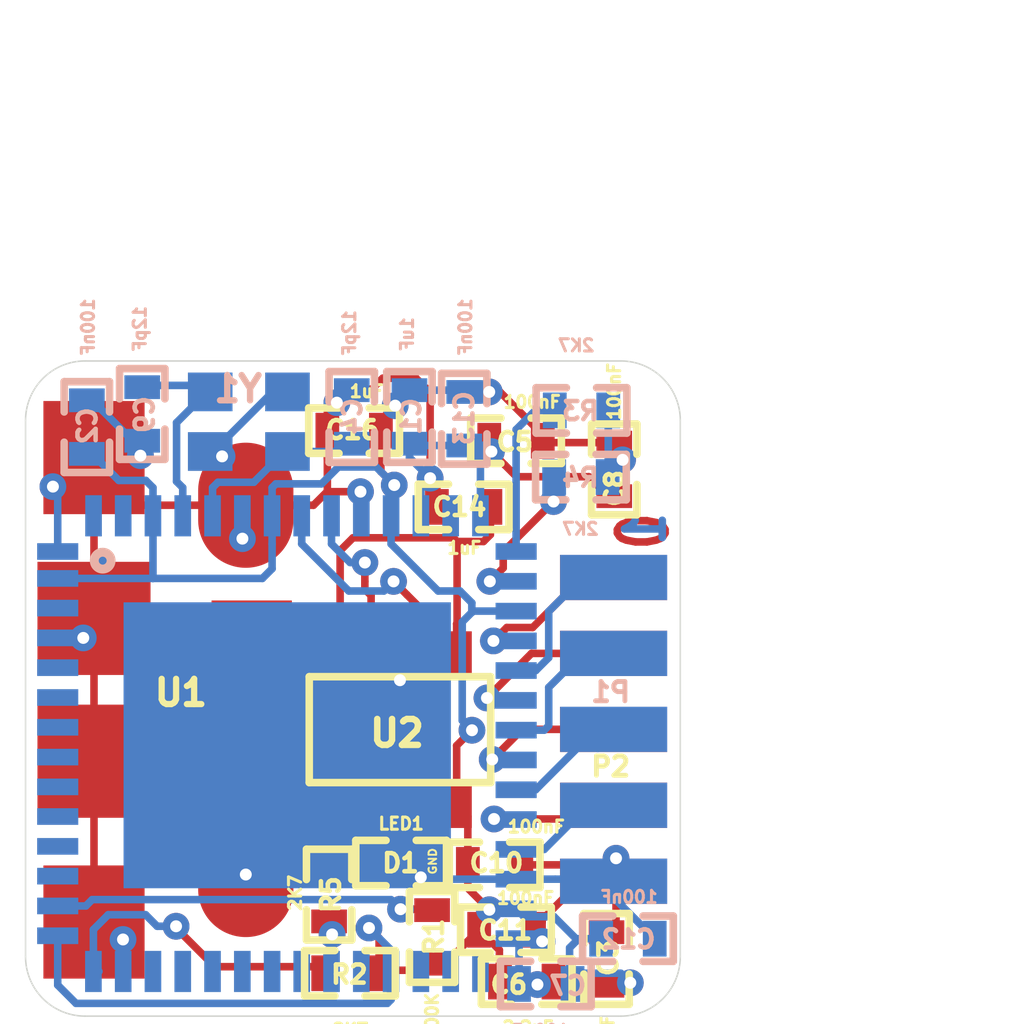
<source format=kicad_pcb>
(kicad_pcb (version 4) (host pcbnew 4.0.7+dfsg1-1)

  (general
    (links 84)
    (no_connects 0)
    (area 49.0519 20.05304 86.390762 55.159696)
    (thickness 0.8)
    (drawings 17)
    (tracks 380)
    (zones 0)
    (modules 27)
    (nets 22)
  )

  (page User 152.4 101.6)
  (title_block
    (title "fx2grok-tiny 0.2")
    (date 2017-09-29)
    (rev 1)
    (company http://www.sigrok.org/wiki/Fx2grok)
    (comment 1 "Open Hardware, CC-BY-SA 4.0")
  )

  (layers
    (0 F.Cu signal)
    (31 B.Cu signal)
    (34 B.Paste user)
    (35 F.Paste user)
    (36 B.SilkS user hide)
    (37 F.SilkS user hide)
    (38 B.Mask user)
    (39 F.Mask user)
    (40 Dwgs.User user)
    (44 Edge.Cuts user)
  )

  (setup
    (last_trace_width 0.127)
    (trace_clearance 0.127)
    (zone_clearance 0.508)
    (zone_45_only no)
    (trace_min 0.127)
    (segment_width 0.381)
    (edge_width 0.0254)
    (via_size 0.44958)
    (via_drill 0.20066)
    (via_min_size 0.44958)
    (via_min_drill 0.20066)
    (uvia_size 0.508)
    (uvia_drill 0.127)
    (uvias_allowed no)
    (uvia_min_size 0.508)
    (uvia_min_drill 0.127)
    (pcb_text_width 0.3048)
    (pcb_text_size 1.524 2.032)
    (mod_edge_width 0.381)
    (mod_text_size 1.524 1.524)
    (mod_text_width 0.3048)
    (pad_size 1.89992 1.89992)
    (pad_drill 0)
    (pad_to_mask_clearance 0.0508)
    (aux_axis_origin 0 0)
    (grid_origin 67.70116 48.7492)
    (visible_elements FFFCFF19)
    (pcbplotparams
      (layerselection 0x010cc_80000001)
      (usegerberextensions true)
      (usegerberattributes true)
      (excludeedgelayer true)
      (linewidth 0.150000)
      (plotframeref false)
      (viasonmask false)
      (mode 1)
      (useauxorigin false)
      (hpglpennumber 1)
      (hpglpenspeed 20)
      (hpglpendiameter 15)
      (hpglpenoverlay 0)
      (psnegative false)
      (psa4output false)
      (plotreference false)
      (plotvalue false)
      (plotinvisibletext false)
      (padsonsilk false)
      (subtractmaskfromsilk false)
      (outputformat 1)
      (mirror false)
      (drillshape 0)
      (scaleselection 1)
      (outputdirectory fx2grok-tiny-0.2-gerber-files))
  )

  (net 0 "")
  (net 1 +5V)
  (net 2 /DM)
  (net 3 /DP)
  (net 4 /PB0)
  (net 5 /PB1)
  (net 6 /PB2)
  (net 7 /PB3)
  (net 8 /PB4)
  (net 9 /PB5)
  (net 10 /PB6)
  (net 11 /PB7)
  (net 12 /RESET#)
  (net 13 /SCL)
  (net 14 /SDA)
  (net 15 /WAKEUP)
  (net 16 /XTALIN)
  (net 17 /XTALOUT)
  (net 18 GND)
  (net 19 +3V3)
  (net 20 /PA1)
  (net 21 "Net-(D1-Pad2)")

  (net_class Default "This is the default net class."
    (clearance 0.127)
    (trace_width 0.127)
    (via_dia 0.44958)
    (via_drill 0.20066)
    (uvia_dia 0.508)
    (uvia_drill 0.127)
    (add_net +3V3)
    (add_net +5V)
    (add_net /DM)
    (add_net /DP)
    (add_net /PA1)
    (add_net /PB0)
    (add_net /PB1)
    (add_net /PB2)
    (add_net /PB3)
    (add_net /PB4)
    (add_net /PB5)
    (add_net /PB6)
    (add_net /PB7)
    (add_net /RESET#)
    (add_net /SCL)
    (add_net /SDA)
    (add_net /WAKEUP)
    (add_net /XTALIN)
    (add_net /XTALOUT)
    (add_net GND)
    (add_net "Net-(D1-Pad2)")
  )

  (module SM0402 (layer F.Cu) (tedit 59E7C905) (tstamp 4FCBF54C)
    (at 75.58116 46.2092)
    (path /4FCA9724)
    (attr smd)
    (fp_text reference C10 (at 0.03 -0.03) (layer F.SilkS)
      (effects (font (size 0.3048 0.3048) (thickness 0.0762)))
    )
    (fp_text value 100nF (at 0.7 -0.64) (layer F.SilkS)
      (effects (font (size 0.2048 0.2048) (thickness 0.0512)))
    )
    (fp_line (start -0.254 -0.381) (end -0.762 -0.381) (layer F.SilkS) (width 0.127))
    (fp_line (start -0.762 -0.381) (end -0.762 0.381) (layer F.SilkS) (width 0.127))
    (fp_line (start -0.762 0.381) (end -0.254 0.381) (layer F.SilkS) (width 0.127))
    (fp_line (start 0.254 -0.381) (end 0.762 -0.381) (layer F.SilkS) (width 0.127))
    (fp_line (start 0.762 -0.381) (end 0.762 0.381) (layer F.SilkS) (width 0.127))
    (fp_line (start 0.762 0.381) (end 0.254 0.381) (layer F.SilkS) (width 0.127))
    (pad 1 smd rect (at -0.44958 0) (size 0.39878 0.59944) (layers F.Cu F.Paste F.Mask)
      (net 19 +3V3))
    (pad 2 smd rect (at 0.44958 0) (size 0.39878 0.59944) (layers F.Cu F.Paste F.Mask)
      (net 18 GND))
    (model smd\chip_cms.wrl
      (at (xyz 0 0 0.002))
      (scale (xyz 0.05 0.05 0.05))
      (rotate (xyz 0 0 0))
    )
  )

  (module SM0402 (layer F.Cu) (tedit 59E7C878) (tstamp 4FCBF572)
    (at 75.06116 40.1992 180)
    (path /4FCAA85F)
    (attr smd)
    (fp_text reference C14 (at 0.07 0 180) (layer F.SilkS)
      (effects (font (size 0.3048 0.3048) (thickness 0.0762)))
    )
    (fp_text value 1uF (at -0.01 -0.69 180) (layer F.SilkS)
      (effects (font (size 0.2048 0.2048) (thickness 0.0512)))
    )
    (fp_line (start -0.254 -0.381) (end -0.762 -0.381) (layer F.SilkS) (width 0.127))
    (fp_line (start -0.762 -0.381) (end -0.762 0.381) (layer F.SilkS) (width 0.127))
    (fp_line (start -0.762 0.381) (end -0.254 0.381) (layer F.SilkS) (width 0.127))
    (fp_line (start 0.254 -0.381) (end 0.762 -0.381) (layer F.SilkS) (width 0.127))
    (fp_line (start 0.762 -0.381) (end 0.762 0.381) (layer F.SilkS) (width 0.127))
    (fp_line (start 0.762 0.381) (end 0.254 0.381) (layer F.SilkS) (width 0.127))
    (pad 1 smd rect (at -0.44958 0 180) (size 0.39878 0.59944) (layers F.Cu F.Paste F.Mask)
      (net 1 +5V))
    (pad 2 smd rect (at 0.44958 0 180) (size 0.39878 0.59944) (layers F.Cu F.Paste F.Mask)
      (net 18 GND))
    (model smd\chip_cms.wrl
      (at (xyz 0 0 0.002))
      (scale (xyz 0.05 0.05 0.05))
      (rotate (xyz 0 0 0))
    )
  )

  (module SM0402 (layer F.Cu) (tedit 59E7C8A5) (tstamp 4FCBF566)
    (at 75.94116 39.0892 180)
    (path /4FCA9777)
    (attr smd)
    (fp_text reference C5 (at 0.02 -0.02 180) (layer F.SilkS)
      (effects (font (size 0.3048 0.3048) (thickness 0.0762)))
    )
    (fp_text value 100nF (at -0.27 0.65 180) (layer F.SilkS)
      (effects (font (size 0.2048 0.2048) (thickness 0.0512)))
    )
    (fp_line (start -0.254 -0.381) (end -0.762 -0.381) (layer F.SilkS) (width 0.127))
    (fp_line (start -0.762 -0.381) (end -0.762 0.381) (layer F.SilkS) (width 0.127))
    (fp_line (start -0.762 0.381) (end -0.254 0.381) (layer F.SilkS) (width 0.127))
    (fp_line (start 0.254 -0.381) (end 0.762 -0.381) (layer F.SilkS) (width 0.127))
    (fp_line (start 0.762 -0.381) (end 0.762 0.381) (layer F.SilkS) (width 0.127))
    (fp_line (start 0.762 0.381) (end 0.254 0.381) (layer F.SilkS) (width 0.127))
    (pad 1 smd rect (at -0.44958 0 180) (size 0.39878 0.59944) (layers F.Cu F.Paste F.Mask)
      (net 19 +3V3))
    (pad 2 smd rect (at 0.44958 0 180) (size 0.39878 0.59944) (layers F.Cu F.Paste F.Mask)
      (net 18 GND))
    (model smd\chip_cms.wrl
      (at (xyz 0 0 0.002))
      (scale (xyz 0.05 0.05 0.05))
      (rotate (xyz 0 0 0))
    )
  )

  (module SOT23-5 (layer F.Cu) (tedit 59B1BFB7) (tstamp 4FCBF54B)
    (at 73.99116 43.9392 180)
    (path /4FCAA78E)
    (attr smd)
    (fp_text reference U2 (at 0.05 -0.06 360) (layer F.SilkS)
      (effects (font (size 0.435 0.435) (thickness 0.10875)))
    )
    (fp_text value MIC5504 (at 18.2499 23.25116 180) (layer F.SilkS) hide
      (effects (font (size 0.635 0.635) (thickness 0.127)))
    )
    (fp_line (start 1.524 -0.889) (end 1.524 0.889) (layer F.SilkS) (width 0.127))
    (fp_line (start 1.524 0.889) (end -1.524 0.889) (layer F.SilkS) (width 0.127))
    (fp_line (start -1.524 0.889) (end -1.524 -0.889) (layer F.SilkS) (width 0.127))
    (fp_line (start -1.524 -0.889) (end 1.524 -0.889) (layer F.SilkS) (width 0.127))
    (pad 1 smd rect (at -0.9525 1.27 180) (size 0.508 0.762) (layers F.Cu F.Paste F.Mask)
      (net 1 +5V))
    (pad 3 smd rect (at 0.9525 1.27 180) (size 0.508 0.762) (layers F.Cu F.Paste F.Mask)
      (net 1 +5V))
    (pad 5 smd rect (at -0.9525 -1.27 180) (size 0.508 0.762) (layers F.Cu F.Paste F.Mask)
      (net 19 +3V3))
    (pad 2 smd rect (at 0 1.27 180) (size 0.508 0.762) (layers F.Cu F.Paste F.Mask)
      (net 18 GND))
    (pad 4 smd rect (at 0.9525 -1.27 180) (size 0.508 0.762) (layers F.Cu F.Paste F.Mask))
    (model smd/SOT23_5.wrl
      (at (xyz 0 0 0))
      (scale (xyz 0.1 0.1 0.1))
      (rotate (xyz 0 0 0))
    )
  )

  (module SM0402 (layer F.Cu) (tedit 59E7C869) (tstamp 4FCBF580)
    (at 73.22116 38.9192 180)
    (path /4FCAA863)
    (attr smd)
    (fp_text reference C16 (at 0.03 0.01 180) (layer F.SilkS)
      (effects (font (size 0.3048 0.3048) (thickness 0.0762)))
    )
    (fp_text value 1uF (at -0.21 0.66 180) (layer F.SilkS)
      (effects (font (size 0.2048 0.2048) (thickness 0.0512)))
    )
    (fp_line (start -0.254 -0.381) (end -0.762 -0.381) (layer F.SilkS) (width 0.127))
    (fp_line (start -0.762 -0.381) (end -0.762 0.381) (layer F.SilkS) (width 0.127))
    (fp_line (start -0.762 0.381) (end -0.254 0.381) (layer F.SilkS) (width 0.127))
    (fp_line (start 0.254 -0.381) (end 0.762 -0.381) (layer F.SilkS) (width 0.127))
    (fp_line (start 0.762 -0.381) (end 0.762 0.381) (layer F.SilkS) (width 0.127))
    (fp_line (start 0.762 0.381) (end 0.254 0.381) (layer F.SilkS) (width 0.127))
    (pad 1 smd rect (at -0.44958 0 180) (size 0.39878 0.59944) (layers F.Cu F.Paste F.Mask)
      (net 19 +3V3))
    (pad 2 smd rect (at 0.44958 0 180) (size 0.39878 0.59944) (layers F.Cu F.Paste F.Mask)
      (net 18 GND))
    (model smd\chip_cms.wrl
      (at (xyz 0 0 0.002))
      (scale (xyz 0.05 0.05 0.05))
      (rotate (xyz 0 0 0))
    )
  )

  (module SM0402 (layer B.Cu) (tedit 59E67BA5) (tstamp 4FCBF56E)
    (at 75.07116 38.7192 270)
    (path /4FCA97A0)
    (attr smd)
    (fp_text reference C13 (at -0.01 0 270) (layer B.SilkS)
      (effects (font (size 0.3048 0.3048) (thickness 0.0762)) (justify mirror))
    )
    (fp_text value 100nF (at -1.54 -0.02 270) (layer B.SilkS)
      (effects (font (size 0.2048 0.2048) (thickness 0.0512)) (justify mirror))
    )
    (fp_line (start -0.254 0.381) (end -0.762 0.381) (layer B.SilkS) (width 0.127))
    (fp_line (start -0.762 0.381) (end -0.762 -0.381) (layer B.SilkS) (width 0.127))
    (fp_line (start -0.762 -0.381) (end -0.254 -0.381) (layer B.SilkS) (width 0.127))
    (fp_line (start 0.254 0.381) (end 0.762 0.381) (layer B.SilkS) (width 0.127))
    (fp_line (start 0.762 0.381) (end 0.762 -0.381) (layer B.SilkS) (width 0.127))
    (fp_line (start 0.762 -0.381) (end 0.254 -0.381) (layer B.SilkS) (width 0.127))
    (pad 1 smd rect (at -0.44958 0 270) (size 0.39878 0.59944) (layers B.Cu B.Paste B.Mask)
      (net 19 +3V3))
    (pad 2 smd rect (at 0.44958 0 270) (size 0.39878 0.59944) (layers B.Cu B.Paste B.Mask)
      (net 18 GND))
    (model smd\chip_cms.wrl
      (at (xyz 0 0 0.002))
      (scale (xyz 0.05 0.05 0.05))
      (rotate (xyz 0 0 0))
    )
  )

  (module SM0402 (layer F.Cu) (tedit 59E7C939) (tstamp 4FCBF56A)
    (at 73.15116 48.0292 180)
    (path /4FCAA3E6)
    (attr smd)
    (fp_text reference R2 (at 0.01016 -0.02 180) (layer F.SilkS)
      (effects (font (size 0.3048 0.3048) (thickness 0.0762)))
    )
    (fp_text value 2K7 (at -0.01 -0.95 180) (layer F.SilkS)
      (effects (font (size 0.2048 0.2048) (thickness 0.0512)))
    )
    (fp_line (start -0.254 -0.381) (end -0.762 -0.381) (layer F.SilkS) (width 0.127))
    (fp_line (start -0.762 -0.381) (end -0.762 0.381) (layer F.SilkS) (width 0.127))
    (fp_line (start -0.762 0.381) (end -0.254 0.381) (layer F.SilkS) (width 0.127))
    (fp_line (start 0.254 -0.381) (end 0.762 -0.381) (layer F.SilkS) (width 0.127))
    (fp_line (start 0.762 -0.381) (end 0.762 0.381) (layer F.SilkS) (width 0.127))
    (fp_line (start 0.762 0.381) (end 0.254 0.381) (layer F.SilkS) (width 0.127))
    (pad 1 smd rect (at -0.44958 0 180) (size 0.39878 0.59944) (layers F.Cu F.Paste F.Mask)
      (net 19 +3V3))
    (pad 2 smd rect (at 0.44958 0 180) (size 0.39878 0.59944) (layers F.Cu F.Paste F.Mask)
      (net 12 /RESET#))
    (model smd\chip_cms.wrl
      (at (xyz 0 0 0.002))
      (scale (xyz 0.05 0.05 0.05))
      (rotate (xyz 0 0 0))
    )
  )

  (module SM0402 (layer B.Cu) (tedit 59E67C0E) (tstamp 4FCE905B)
    (at 76.44116 48.2092 180)
    (path /4FCA9793)
    (attr smd)
    (fp_text reference C7 (at -0.37 -0.03 180) (layer B.SilkS)
      (effects (font (size 0.3048 0.3048) (thickness 0.0762)) (justify mirror))
    )
    (fp_text value 100nF (at 0.08 -0.79 180) (layer B.SilkS)
      (effects (font (size 0.2048 0.2048) (thickness 0.0512)) (justify mirror))
    )
    (fp_line (start -0.254 0.381) (end -0.762 0.381) (layer B.SilkS) (width 0.127))
    (fp_line (start -0.762 0.381) (end -0.762 -0.381) (layer B.SilkS) (width 0.127))
    (fp_line (start -0.762 -0.381) (end -0.254 -0.381) (layer B.SilkS) (width 0.127))
    (fp_line (start 0.254 0.381) (end 0.762 0.381) (layer B.SilkS) (width 0.127))
    (fp_line (start 0.762 0.381) (end 0.762 -0.381) (layer B.SilkS) (width 0.127))
    (fp_line (start 0.762 -0.381) (end 0.254 -0.381) (layer B.SilkS) (width 0.127))
    (pad 1 smd rect (at -0.44958 0 180) (size 0.39878 0.59944) (layers B.Cu B.Paste B.Mask)
      (net 19 +3V3))
    (pad 2 smd rect (at 0.44958 0 180) (size 0.39878 0.59944) (layers B.Cu B.Paste B.Mask)
      (net 18 GND))
    (model smd\chip_cms.wrl
      (at (xyz 0 0 0.002))
      (scale (xyz 0.05 0.05 0.05))
      (rotate (xyz 0 0 0))
    )
  )

  (module SM0402 (layer B.Cu) (tedit 59E67B5A) (tstamp 4FCBF564)
    (at 68.73116 38.8592 90)
    (path /4FCA96AB)
    (attr smd)
    (fp_text reference C2 (at 0.02 0.01 90) (layer B.SilkS)
      (effects (font (size 0.3048 0.3048) (thickness 0.0762)) (justify mirror))
    )
    (fp_text value 100nF (at 1.68 0.02 90) (layer B.SilkS)
      (effects (font (size 0.2048 0.2048) (thickness 0.0512)) (justify mirror))
    )
    (fp_line (start -0.254 0.381) (end -0.762 0.381) (layer B.SilkS) (width 0.127))
    (fp_line (start -0.762 0.381) (end -0.762 -0.381) (layer B.SilkS) (width 0.127))
    (fp_line (start -0.762 -0.381) (end -0.254 -0.381) (layer B.SilkS) (width 0.127))
    (fp_line (start 0.254 0.381) (end 0.762 0.381) (layer B.SilkS) (width 0.127))
    (fp_line (start 0.762 0.381) (end 0.762 -0.381) (layer B.SilkS) (width 0.127))
    (fp_line (start 0.762 -0.381) (end 0.254 -0.381) (layer B.SilkS) (width 0.127))
    (pad 1 smd rect (at -0.44958 0 90) (size 0.39878 0.59944) (layers B.Cu B.Paste B.Mask)
      (net 19 +3V3))
    (pad 2 smd rect (at 0.44958 0 90) (size 0.39878 0.59944) (layers B.Cu B.Paste B.Mask)
      (net 18 GND))
    (model smd\chip_cms.wrl
      (at (xyz 0 0 0.002))
      (scale (xyz 0.05 0.05 0.05))
      (rotate (xyz 0 0 0))
    )
  )

  (module SM0402 (layer B.Cu) (tedit 59E67BFA) (tstamp 515DB414)
    (at 77.82116 47.4492)
    (path /4FCA9799)
    (attr smd)
    (fp_text reference C12 (at 0.01 0.01 180) (layer B.SilkS)
      (effects (font (size 0.3048 0.3048) (thickness 0.0762)) (justify mirror))
    )
    (fp_text value 100nF (at 0.02 -0.7) (layer B.SilkS)
      (effects (font (size 0.2048 0.2048) (thickness 0.0512)) (justify mirror))
    )
    (fp_line (start -0.254 0.381) (end -0.762 0.381) (layer B.SilkS) (width 0.127))
    (fp_line (start -0.762 0.381) (end -0.762 -0.381) (layer B.SilkS) (width 0.127))
    (fp_line (start -0.762 -0.381) (end -0.254 -0.381) (layer B.SilkS) (width 0.127))
    (fp_line (start 0.254 0.381) (end 0.762 0.381) (layer B.SilkS) (width 0.127))
    (fp_line (start 0.762 0.381) (end 0.762 -0.381) (layer B.SilkS) (width 0.127))
    (fp_line (start 0.762 -0.381) (end 0.254 -0.381) (layer B.SilkS) (width 0.127))
    (pad 1 smd rect (at -0.44958 0) (size 0.39878 0.59944) (layers B.Cu B.Paste B.Mask)
      (net 19 +3V3))
    (pad 2 smd rect (at 0.44958 0) (size 0.39878 0.59944) (layers B.Cu B.Paste B.Mask)
      (net 18 GND))
    (model smd\chip_cms.wrl
      (at (xyz 0 0 0.002))
      (scale (xyz 0.05 0.05 0.05))
      (rotate (xyz 0 0 0))
    )
  )

  (module SM0402 (layer F.Cu) (tedit 59E7C8F2) (tstamp 4FCBF560)
    (at 75.77116 47.2992)
    (path /4FCA9C86)
    (attr smd)
    (fp_text reference C11 (at -0.01 0.01 180) (layer F.SilkS)
      (effects (font (size 0.3048 0.3048) (thickness 0.0762)))
    )
    (fp_text value 100nF (at 0.33 -0.53) (layer F.SilkS)
      (effects (font (size 0.2048 0.2048) (thickness 0.0512)))
    )
    (fp_line (start -0.254 -0.381) (end -0.762 -0.381) (layer F.SilkS) (width 0.127))
    (fp_line (start -0.762 -0.381) (end -0.762 0.381) (layer F.SilkS) (width 0.127))
    (fp_line (start -0.762 0.381) (end -0.254 0.381) (layer F.SilkS) (width 0.127))
    (fp_line (start 0.254 -0.381) (end 0.762 -0.381) (layer F.SilkS) (width 0.127))
    (fp_line (start 0.762 -0.381) (end 0.762 0.381) (layer F.SilkS) (width 0.127))
    (fp_line (start 0.762 0.381) (end 0.254 0.381) (layer F.SilkS) (width 0.127))
    (pad 1 smd rect (at -0.44958 0) (size 0.39878 0.59944) (layers F.Cu F.Paste F.Mask)
      (net 19 +3V3))
    (pad 2 smd rect (at 0.44958 0) (size 0.39878 0.59944) (layers F.Cu F.Paste F.Mask)
      (net 18 GND))
    (model smd\chip_cms.wrl
      (at (xyz 0 0 0.002))
      (scale (xyz 0.05 0.05 0.05))
      (rotate (xyz 0 0 0))
    )
  )

  (module SM0402 (layer F.Cu) (tedit 59E7C8E4) (tstamp 4FCBF55E)
    (at 76.12116 48.1692)
    (path /4FCA9C79)
    (attr smd)
    (fp_text reference C6 (at -0.3 0.05) (layer F.SilkS)
      (effects (font (size 0.3048 0.3048) (thickness 0.0762)))
    )
    (fp_text value 2.2uF (at 0.02 0.77) (layer F.SilkS)
      (effects (font (size 0.2048 0.2048) (thickness 0.0512)))
    )
    (fp_line (start -0.254 -0.381) (end -0.762 -0.381) (layer F.SilkS) (width 0.127))
    (fp_line (start -0.762 -0.381) (end -0.762 0.381) (layer F.SilkS) (width 0.127))
    (fp_line (start -0.762 0.381) (end -0.254 0.381) (layer F.SilkS) (width 0.127))
    (fp_line (start 0.254 -0.381) (end 0.762 -0.381) (layer F.SilkS) (width 0.127))
    (fp_line (start 0.762 -0.381) (end 0.762 0.381) (layer F.SilkS) (width 0.127))
    (fp_line (start 0.762 0.381) (end 0.254 0.381) (layer F.SilkS) (width 0.127))
    (pad 1 smd rect (at -0.44958 0) (size 0.39878 0.59944) (layers F.Cu F.Paste F.Mask)
      (net 19 +3V3))
    (pad 2 smd rect (at 0.44958 0) (size 0.39878 0.59944) (layers F.Cu F.Paste F.Mask)
      (net 18 GND))
    (model smd\chip_cms.wrl
      (at (xyz 0 0 0.002))
      (scale (xyz 0.05 0.05 0.05))
      (rotate (xyz 0 0 0))
    )
  )

  (module SM0402 (layer B.Cu) (tedit 59E67B7A) (tstamp 4FCBF55C)
    (at 73.18116 38.6892 90)
    (path /4FC8F6F8)
    (attr smd)
    (fp_text reference C4 (at 0.01 0.01 90) (layer B.SilkS)
      (effects (font (size 0.3048 0.3048) (thickness 0.0762)) (justify mirror))
    )
    (fp_text value 12pF (at 1.41 -0.04 90) (layer B.SilkS)
      (effects (font (size 0.2048 0.2048) (thickness 0.0512)) (justify mirror))
    )
    (fp_line (start -0.254 0.381) (end -0.762 0.381) (layer B.SilkS) (width 0.127))
    (fp_line (start -0.762 0.381) (end -0.762 -0.381) (layer B.SilkS) (width 0.127))
    (fp_line (start -0.762 -0.381) (end -0.254 -0.381) (layer B.SilkS) (width 0.127))
    (fp_line (start 0.254 0.381) (end 0.762 0.381) (layer B.SilkS) (width 0.127))
    (fp_line (start 0.762 0.381) (end 0.762 -0.381) (layer B.SilkS) (width 0.127))
    (fp_line (start 0.762 -0.381) (end 0.254 -0.381) (layer B.SilkS) (width 0.127))
    (pad 1 smd rect (at -0.44958 0 90) (size 0.39878 0.59944) (layers B.Cu B.Paste B.Mask)
      (net 16 /XTALIN))
    (pad 2 smd rect (at 0.44958 0 90) (size 0.39878 0.59944) (layers B.Cu B.Paste B.Mask)
      (net 18 GND))
    (model smd\chip_cms.wrl
      (at (xyz 0 0 0.002))
      (scale (xyz 0.05 0.05 0.05))
      (rotate (xyz 0 0 0))
    )
  )

  (module SM0402 (layer B.Cu) (tedit 59E67B64) (tstamp 4FCBF55A)
    (at 69.66116 38.6392 270)
    (path /4FC8F6F5)
    (attr smd)
    (fp_text reference C9 (at 0.01 -0.04 450) (layer B.SilkS)
      (effects (font (size 0.3048 0.3048) (thickness 0.0762)) (justify mirror))
    )
    (fp_text value 12pF (at -1.43 0.04 270) (layer B.SilkS)
      (effects (font (size 0.2048 0.2048) (thickness 0.0512)) (justify mirror))
    )
    (fp_line (start -0.254 0.381) (end -0.762 0.381) (layer B.SilkS) (width 0.127))
    (fp_line (start -0.762 0.381) (end -0.762 -0.381) (layer B.SilkS) (width 0.127))
    (fp_line (start -0.762 -0.381) (end -0.254 -0.381) (layer B.SilkS) (width 0.127))
    (fp_line (start 0.254 0.381) (end 0.762 0.381) (layer B.SilkS) (width 0.127))
    (fp_line (start 0.762 0.381) (end 0.762 -0.381) (layer B.SilkS) (width 0.127))
    (fp_line (start 0.762 -0.381) (end 0.254 -0.381) (layer B.SilkS) (width 0.127))
    (pad 1 smd rect (at -0.44958 0 270) (size 0.39878 0.59944) (layers B.Cu B.Paste B.Mask)
      (net 17 /XTALOUT))
    (pad 2 smd rect (at 0.44958 0 270) (size 0.39878 0.59944) (layers B.Cu B.Paste B.Mask)
      (net 18 GND))
    (model smd\chip_cms.wrl
      (at (xyz 0 0 0.002))
      (scale (xyz 0.05 0.05 0.05))
      (rotate (xyz 0 0 0))
    )
  )

  (module SM0402 (layer B.Cu) (tedit 59E67B9A) (tstamp 4FCE9F16)
    (at 74.15116 38.6892 270)
    (path /4FCBEB98)
    (attr smd)
    (fp_text reference C1 (at -0.01 -0.03 270) (layer B.SilkS)
      (effects (font (size 0.3048 0.3048) (thickness 0.0762)) (justify mirror))
    )
    (fp_text value 1uF (at -1.39 0.04 270) (layer B.SilkS)
      (effects (font (size 0.2048 0.2048) (thickness 0.0512)) (justify mirror))
    )
    (fp_line (start -0.254 0.381) (end -0.762 0.381) (layer B.SilkS) (width 0.127))
    (fp_line (start -0.762 0.381) (end -0.762 -0.381) (layer B.SilkS) (width 0.127))
    (fp_line (start -0.762 -0.381) (end -0.254 -0.381) (layer B.SilkS) (width 0.127))
    (fp_line (start 0.254 0.381) (end 0.762 0.381) (layer B.SilkS) (width 0.127))
    (fp_line (start 0.762 0.381) (end 0.762 -0.381) (layer B.SilkS) (width 0.127))
    (fp_line (start 0.762 -0.381) (end 0.254 -0.381) (layer B.SilkS) (width 0.127))
    (pad 1 smd rect (at -0.44958 0 270) (size 0.39878 0.59944) (layers B.Cu B.Paste B.Mask)
      (net 19 +3V3))
    (pad 2 smd rect (at 0.44958 0 270) (size 0.39878 0.59944) (layers B.Cu B.Paste B.Mask)
      (net 18 GND))
    (model smd\chip_cms.wrl
      (at (xyz 0 0 0.002))
      (scale (xyz 0.05 0.05 0.05))
      (rotate (xyz 0 0 0))
    )
  )

  (module SM0402 (layer F.Cu) (tedit 59E7C912) (tstamp 4FCBF556)
    (at 74.53116 47.4192 90)
    (path /4FCA95B2)
    (attr smd)
    (fp_text reference R1 (at 0 0.03 90) (layer F.SilkS)
      (effects (font (size 0.3048 0.3048) (thickness 0.0762)))
    )
    (fp_text value 100K (at -1.34 0 90) (layer F.SilkS)
      (effects (font (size 0.2048 0.2048) (thickness 0.0512)))
    )
    (fp_line (start -0.254 -0.381) (end -0.762 -0.381) (layer F.SilkS) (width 0.127))
    (fp_line (start -0.762 -0.381) (end -0.762 0.381) (layer F.SilkS) (width 0.127))
    (fp_line (start -0.762 0.381) (end -0.254 0.381) (layer F.SilkS) (width 0.127))
    (fp_line (start 0.254 -0.381) (end 0.762 -0.381) (layer F.SilkS) (width 0.127))
    (fp_line (start 0.762 -0.381) (end 0.762 0.381) (layer F.SilkS) (width 0.127))
    (fp_line (start 0.762 0.381) (end 0.254 0.381) (layer F.SilkS) (width 0.127))
    (pad 1 smd rect (at -0.44958 0 90) (size 0.39878 0.59944) (layers F.Cu F.Paste F.Mask)
      (net 19 +3V3))
    (pad 2 smd rect (at 0.44958 0 90) (size 0.39878 0.59944) (layers F.Cu F.Paste F.Mask)
      (net 15 /WAKEUP))
    (model smd\chip_cms.wrl
      (at (xyz 0 0 0.002))
      (scale (xyz 0.05 0.05 0.05))
      (rotate (xyz 0 0 0))
    )
  )

  (module SM0402 (layer B.Cu) (tedit 59E67BBF) (tstamp 4FCBF552)
    (at 77.03116 39.6992)
    (path /4FCA93BD)
    (attr smd)
    (fp_text reference R4 (at -0.01 0.01) (layer B.SilkS)
      (effects (font (size 0.3048 0.3048) (thickness 0.0762)) (justify mirror))
    )
    (fp_text value 2K7 (at -0.01 0.87) (layer B.SilkS)
      (effects (font (size 0.2048 0.2048) (thickness 0.0512)) (justify mirror))
    )
    (fp_line (start -0.254 0.381) (end -0.762 0.381) (layer B.SilkS) (width 0.127))
    (fp_line (start -0.762 0.381) (end -0.762 -0.381) (layer B.SilkS) (width 0.127))
    (fp_line (start -0.762 -0.381) (end -0.254 -0.381) (layer B.SilkS) (width 0.127))
    (fp_line (start 0.254 0.381) (end 0.762 0.381) (layer B.SilkS) (width 0.127))
    (fp_line (start 0.762 0.381) (end 0.762 -0.381) (layer B.SilkS) (width 0.127))
    (fp_line (start 0.762 -0.381) (end 0.254 -0.381) (layer B.SilkS) (width 0.127))
    (pad 1 smd rect (at -0.44958 0) (size 0.39878 0.59944) (layers B.Cu B.Paste B.Mask)
      (net 14 /SDA))
    (pad 2 smd rect (at 0.44958 0) (size 0.39878 0.59944) (layers B.Cu B.Paste B.Mask)
      (net 19 +3V3))
    (model smd\chip_cms.wrl
      (at (xyz 0 0 0.002))
      (scale (xyz 0.05 0.05 0.05))
      (rotate (xyz 0 0 0))
    )
  )

  (module SM0402 (layer F.Cu) (tedit 59E7C8D5) (tstamp 4FCBF550)
    (at 77.46116 47.7892 90)
    (path /4FCA9C5D)
    (attr smd)
    (fp_text reference C3 (at 0.02 0.03 270) (layer F.SilkS)
      (effects (font (size 0.3048 0.3048) (thickness 0.0762)))
    )
    (fp_text value 2.2uF (at -1.37 0.02 90) (layer F.SilkS)
      (effects (font (size 0.2048 0.2048) (thickness 0.0512)))
    )
    (fp_line (start -0.254 -0.381) (end -0.762 -0.381) (layer F.SilkS) (width 0.127))
    (fp_line (start -0.762 -0.381) (end -0.762 0.381) (layer F.SilkS) (width 0.127))
    (fp_line (start -0.762 0.381) (end -0.254 0.381) (layer F.SilkS) (width 0.127))
    (fp_line (start 0.254 -0.381) (end 0.762 -0.381) (layer F.SilkS) (width 0.127))
    (fp_line (start 0.762 -0.381) (end 0.762 0.381) (layer F.SilkS) (width 0.127))
    (fp_line (start 0.762 0.381) (end 0.254 0.381) (layer F.SilkS) (width 0.127))
    (pad 1 smd rect (at -0.44958 0 90) (size 0.39878 0.59944) (layers F.Cu F.Paste F.Mask)
      (net 19 +3V3))
    (pad 2 smd rect (at 0.44958 0 90) (size 0.39878 0.59944) (layers F.Cu F.Paste F.Mask)
      (net 18 GND))
    (model smd\chip_cms.wrl
      (at (xyz 0 0 0.002))
      (scale (xyz 0.05 0.05 0.05))
      (rotate (xyz 0 0 0))
    )
  )

  (module SM0402 (layer F.Cu) (tedit 59E7C8B1) (tstamp 4FCBF54E)
    (at 77.59116 39.56962 270)
    (path /4FCA9C7E)
    (attr smd)
    (fp_text reference C8 (at 0.31958 -0.01 270) (layer F.SilkS)
      (effects (font (size 0.3048 0.3048) (thickness 0.0762)))
    )
    (fp_text value 100nF (at -1.31042 0 270) (layer F.SilkS)
      (effects (font (size 0.2048 0.2048) (thickness 0.0512)))
    )
    (fp_line (start -0.254 -0.381) (end -0.762 -0.381) (layer F.SilkS) (width 0.127))
    (fp_line (start -0.762 -0.381) (end -0.762 0.381) (layer F.SilkS) (width 0.127))
    (fp_line (start -0.762 0.381) (end -0.254 0.381) (layer F.SilkS) (width 0.127))
    (fp_line (start 0.254 -0.381) (end 0.762 -0.381) (layer F.SilkS) (width 0.127))
    (fp_line (start 0.762 -0.381) (end 0.762 0.381) (layer F.SilkS) (width 0.127))
    (fp_line (start 0.762 0.381) (end 0.254 0.381) (layer F.SilkS) (width 0.127))
    (pad 1 smd rect (at -0.44958 0 270) (size 0.39878 0.59944) (layers F.Cu F.Paste F.Mask)
      (net 19 +3V3))
    (pad 2 smd rect (at 0.44958 0 270) (size 0.39878 0.59944) (layers F.Cu F.Paste F.Mask)
      (net 18 GND))
    (model smd\chip_cms.wrl
      (at (xyz 0 0 0.002))
      (scale (xyz 0.05 0.05 0.05))
      (rotate (xyz 0 0 0))
    )
  )

  (module SM0402 (layer B.Cu) (tedit 59E67BB3) (tstamp 4FCBF56C)
    (at 77.04116 38.5792)
    (path /5151D52F)
    (attr smd)
    (fp_text reference R3 (at -0.02 0.01 180) (layer B.SilkS)
      (effects (font (size 0.3048 0.3048) (thickness 0.0762)) (justify mirror))
    )
    (fp_text value 2K7 (at -0.09 -1.09) (layer B.SilkS)
      (effects (font (size 0.2048 0.2048) (thickness 0.0512)) (justify mirror))
    )
    (fp_line (start -0.254 0.381) (end -0.762 0.381) (layer B.SilkS) (width 0.127))
    (fp_line (start -0.762 0.381) (end -0.762 -0.381) (layer B.SilkS) (width 0.127))
    (fp_line (start -0.762 -0.381) (end -0.254 -0.381) (layer B.SilkS) (width 0.127))
    (fp_line (start 0.254 0.381) (end 0.762 0.381) (layer B.SilkS) (width 0.127))
    (fp_line (start 0.762 0.381) (end 0.762 -0.381) (layer B.SilkS) (width 0.127))
    (fp_line (start 0.762 -0.381) (end 0.254 -0.381) (layer B.SilkS) (width 0.127))
    (pad 1 smd rect (at -0.44958 0) (size 0.39878 0.59944) (layers B.Cu B.Paste B.Mask)
      (net 13 /SCL))
    (pad 2 smd rect (at 0.44958 0) (size 0.39878 0.59944) (layers B.Cu B.Paste B.Mask)
      (net 19 +3V3))
    (model smd\chip_cms.wrl
      (at (xyz 0 0 0.002))
      (scale (xyz 0.05 0.05 0.05))
      (rotate (xyz 0 0 0))
    )
  )

  (module ABM11 (layer B.Cu) (tedit 59C5109F) (tstamp 596295DB)
    (at 71.45116 38.7692 180)
    (path /5962A5CC)
    (fp_text reference Y1 (at 0.18 0.55 180) (layer B.SilkS)
      (effects (font (size 0.424 0.424) (thickness 0.106)) (justify mirror))
    )
    (fp_text value 24MHz (at 0 4.7498 180) (layer B.SilkS) hide
      (effects (font (thickness 0.3048)) (justify mirror))
    )
    (pad 1 smd rect (at -0.65024 -0.50038 180) (size 0.7493 0.65024) (layers B.Cu B.Paste B.Mask)
      (net 16 /XTALIN) (clearance 0.09906))
    (pad 2 smd rect (at 0.6477 -0.50038 180) (size 0.7493 0.65024) (layers B.Cu B.Paste B.Mask)
      (net 18 GND) (clearance 0.09906))
    (pad 3 smd rect (at 0.6477 0.50038 180) (size 0.7493 0.65024) (layers B.Cu B.Paste B.Mask)
      (net 17 /XTALOUT) (clearance 0.09906))
    (pad 4 smd rect (at -0.65024 0.50038 180) (size 0.7493 0.65024) (layers B.Cu B.Paste B.Mask)
      (net 18 GND) (clearance 0.09906))
  )

  (module fx2grok-tiny:QFN56 (layer B.Cu) (tedit 59CBE066) (tstamp 59CCDB9C)
    (at 72.09732 44.2019 270)
    (path /4FC8F245)
    (fp_text reference IC1 (at 0 -0.50038 270) (layer B.SilkS) hide
      (effects (font (thickness 0.3048)) (justify mirror))
    )
    (fp_text value CY7C68013A-56 (at 0.59944 21.69922 270) (layer B.SilkS) hide
      (effects (font (thickness 0.3048)) (justify mirror))
    )
    (fp_circle (center -3.1 3.1) (end -3 3) (layer B.SilkS) (width 0.15))
    (pad 28 smd rect (at 0 0 270) (size 4.8006 5.4991) (layers B.Cu B.Paste B.Mask)
      (net 18 GND) (clearance 0.01016))
    (pad 15 smd rect (at -3.25374 -3.84556 270) (size 0.2794 0.69088) (layers B.Cu B.Paste B.Mask)
      (net 13 /SCL) (clearance 0.09906))
    (pad 16 smd rect (at -2.75336 -3.84556 270) (size 0.2794 0.69088) (layers B.Cu B.Paste B.Mask)
      (net 14 /SDA) (clearance 0.09906))
    (pad 17 smd rect (at -2.25298 -3.84556 270) (size 0.2794 0.69088) (layers B.Cu B.Paste B.Mask)
      (net 19 +3V3) (clearance 0.09906))
    (pad 18 smd rect (at -1.7526 -3.84556 270) (size 0.2794 0.69088) (layers B.Cu B.Paste B.Mask)
      (net 4 /PB0) (clearance 0.09906))
    (pad 19 smd rect (at -1.25476 -3.84556 270) (size 0.2794 0.69088) (layers B.Cu B.Paste B.Mask)
      (net 5 /PB1) (clearance 0.09906))
    (pad 20 smd rect (at -0.75438 -3.84556 270) (size 0.2794 0.69088) (layers B.Cu B.Paste B.Mask)
      (net 6 /PB2) (clearance 0.09906))
    (pad 21 smd rect (at -0.254 -3.84556 270) (size 0.2794 0.69088) (layers B.Cu B.Paste B.Mask)
      (net 7 /PB3) (clearance 0.09906))
    (pad 22 smd rect (at 0.24638 -3.84556 270) (size 0.2794 0.69088) (layers B.Cu B.Paste B.Mask)
      (net 8 /PB4) (clearance 0.09906))
    (pad 23 smd rect (at 0.74676 -3.84556 270) (size 0.2794 0.69088) (layers B.Cu B.Paste B.Mask)
      (net 9 /PB5) (clearance 0.09906))
    (pad 24 smd rect (at 1.24714 -3.84556 270) (size 0.2794 0.69088) (layers B.Cu B.Paste B.Mask)
      (net 10 /PB6) (clearance 0.09906))
    (pad 25 smd rect (at 1.74752 -3.84556 270) (size 0.2794 0.69088) (layers B.Cu B.Paste B.Mask)
      (net 11 /PB7) (clearance 0.09906))
    (pad 26 smd rect (at 2.2479 -3.84556 270) (size 0.2794 0.69088) (layers B.Cu B.Paste B.Mask)
      (net 18 GND) (clearance 0.09906))
    (pad 27 smd rect (at 2.74574 -3.84556 270) (size 0.2794 0.69088) (layers B.Cu B.Paste B.Mask)
      (net 19 +3V3) (clearance 0.09906))
    (pad 28 smd rect (at 3.24612 -3.84556 270) (size 0.2794 0.69088) (layers B.Cu B.Paste B.Mask)
      (net 18 GND) (clearance 0.09906))
    (pad 14 smd rect (at -3.85318 -3.24612 270) (size 0.69088 0.2794) (layers B.Cu B.Paste B.Mask)
      (net 18 GND) (clearance 0.09906))
    (pad 13 smd rect (at -3.85318 -2.74574 270) (size 0.69088 0.2794) (layers B.Cu B.Paste B.Mask)
      (clearance 0.09906))
    (pad 12 smd rect (at -3.85318 -2.24536 270) (size 0.69088 0.2794) (layers B.Cu B.Paste B.Mask)
      (net 18 GND) (clearance 0.09906))
    (pad 11 smd rect (at -3.85318 -1.74498 270) (size 0.69088 0.2794) (layers B.Cu B.Paste B.Mask)
      (net 19 +3V3) (clearance 0.09906))
    (pad 10 smd rect (at -3.85318 -1.2446 270) (size 0.69088 0.2794) (layers B.Cu B.Paste B.Mask)
      (net 18 GND) (clearance 0.09906))
    (pad 9 smd rect (at -3.85318 -0.74422 270) (size 0.69088 0.2794) (layers B.Cu B.Paste B.Mask)
      (net 2 /DM) (clearance 0.09906))
    (pad 8 smd rect (at -3.85318 -0.24384 270) (size 0.69088 0.2794) (layers B.Cu B.Paste B.Mask)
      (net 3 /DP) (clearance 0.09906))
    (pad 7 smd rect (at -3.85318 0.254 270) (size 0.69088 0.2794) (layers B.Cu B.Paste B.Mask)
      (net 19 +3V3) (clearance 0.09906))
    (pad 6 smd rect (at -3.85318 0.75438 270) (size 0.69088 0.2794) (layers B.Cu B.Paste B.Mask)
      (net 18 GND) (clearance 0.09906))
    (pad 5 smd rect (at -3.85318 1.25476 270) (size 0.69088 0.2794) (layers B.Cu B.Paste B.Mask)
      (net 16 /XTALIN) (clearance 0.09906))
    (pad 4 smd rect (at -3.85318 1.75514 270) (size 0.69088 0.2794) (layers B.Cu B.Paste B.Mask)
      (net 17 /XTALOUT) (clearance 0.09906))
    (pad 3 smd rect (at -3.85318 2.25552 270) (size 0.69088 0.2794) (layers B.Cu B.Paste B.Mask)
      (net 19 +3V3) (clearance 0.09906))
    (pad 2 smd rect (at -3.85318 2.7559 270) (size 0.69088 0.2794) (layers B.Cu B.Paste B.Mask)
      (clearance 0.09906))
    (pad 1 smd rect (at -3.85318 3.25374 270) (size 0.69088 0.2794) (layers B.Cu B.Paste B.Mask)
      (clearance 0.09906))
    (pad 56 smd rect (at -3.25374 3.85572 270) (size 0.2794 0.69088) (layers B.Cu B.Paste B.Mask)
      (net 18 GND) (clearance 0.09906))
    (pad 55 smd rect (at -2.80162 3.85572 270) (size 0.2794 0.69088) (layers B.Cu B.Paste B.Mask)
      (net 19 +3V3) (clearance 0.09906))
    (pad 54 smd rect (at -2.30378 3.85572 270) (size 0.2794 0.69088) (layers B.Cu B.Paste B.Mask)
      (clearance 0.09906))
    (pad 53 smd rect (at -1.8034 3.85572 270) (size 0.2794 0.69088) (layers B.Cu B.Paste B.Mask)
      (net 18 GND) (clearance 0.09906))
    (pad 52 smd rect (at -1.30302 3.85572 270) (size 0.2794 0.69088) (layers B.Cu B.Paste B.Mask)
      (clearance 0.09906))
    (pad 51 smd rect (at -0.80264 3.85572 270) (size 0.2794 0.69088) (layers B.Cu B.Paste B.Mask)
      (clearance 0.09906))
    (pad 50 smd rect (at -0.30226 3.85572 270) (size 0.2794 0.69088) (layers B.Cu B.Paste B.Mask)
      (clearance 0.09906))
    (pad 49 smd rect (at 0.19812 3.85572 270) (size 0.2794 0.69088) (layers B.Cu B.Paste B.Mask)
      (clearance 0.09906))
    (pad 48 smd rect (at 0.6985 3.85572 270) (size 0.2794 0.69088) (layers B.Cu B.Paste B.Mask)
      (clearance 0.09906))
    (pad 47 smd rect (at 1.19634 3.85572 270) (size 0.2794 0.69088) (layers B.Cu B.Paste B.Mask)
      (clearance 0.09906))
    (pad 46 smd rect (at 1.69672 3.85572 270) (size 0.2794 0.69088) (layers B.Cu B.Paste B.Mask)
      (clearance 0.09906))
    (pad 45 smd rect (at 2.1971 3.85572 270) (size 0.2794 0.69088) (layers B.Cu B.Paste B.Mask)
      (clearance 0.09906))
    (pad 44 smd rect (at 2.69748 3.85572 270) (size 0.2794 0.69088) (layers B.Cu B.Paste B.Mask)
      (net 15 /WAKEUP) (clearance 0.09906))
    (pad 43 smd rect (at 3.19786 3.85572 270) (size 0.2794 0.69088) (layers B.Cu B.Paste B.Mask)
      (net 19 +3V3) (clearance 0.09906))
    (pad 42 smd rect (at 3.7973 3.25628 270) (size 0.69088 0.2794) (layers B.Cu B.Paste B.Mask)
      (net 12 /RESET#) (clearance 0.09906))
    (pad 41 smd rect (at 3.7973 2.7559 270) (size 0.69088 0.2794) (layers B.Cu B.Paste B.Mask)
      (net 18 GND) (clearance 0.09906))
    (pad 40 smd rect (at 3.7973 2.25552 270) (size 0.69088 0.2794) (layers B.Cu B.Paste B.Mask)
      (clearance 0.09906))
    (pad 39 smd rect (at 3.7973 1.75514 270) (size 0.69088 0.2794) (layers B.Cu B.Paste B.Mask)
      (clearance 0.09906))
    (pad 38 smd rect (at 3.7973 1.25476 270) (size 0.69088 0.2794) (layers B.Cu B.Paste B.Mask)
      (clearance 0.09906))
    (pad 37 smd rect (at 3.7973 0.75438 270) (size 0.69088 0.2794) (layers B.Cu B.Paste B.Mask)
      (clearance 0.09906))
    (pad 36 smd rect (at 3.7973 0.254 270) (size 0.69088 0.2794) (layers B.Cu B.Paste B.Mask)
      (clearance 0.09906))
    (pad 35 smd rect (at 3.7973 -0.24384 270) (size 0.69088 0.2794) (layers B.Cu B.Paste B.Mask)
      (clearance 0.09906))
    (pad 34 smd rect (at 3.7973 -0.74422 270) (size 0.69088 0.2794) (layers B.Cu B.Paste B.Mask)
      (net 20 /PA1) (clearance 0.09906))
    (pad 33 smd rect (at 3.7973 -1.2446 270) (size 0.69088 0.2794) (layers B.Cu B.Paste B.Mask)
      (clearance 0.09906))
    (pad 32 smd rect (at 3.7973 -1.74498 270) (size 0.69088 0.2794) (layers B.Cu B.Paste B.Mask)
      (net 19 +3V3) (clearance 0.09906))
    (pad 31 smd rect (at 3.7973 -2.24536 270) (size 0.69088 0.2794) (layers B.Cu B.Paste B.Mask)
      (clearance 0.09906))
    (pad 30 smd rect (at 3.7973 -2.74574 270) (size 0.69088 0.2794) (layers B.Cu B.Paste B.Mask)
      (clearance 0.09906))
    (pad 29 smd rect (at 3.7973 -3.24612 270) (size 0.69088 0.2794) (layers B.Cu B.Paste B.Mask)
      (clearance 0.09906))
  )

  (module CONN-5x1-SMD-127MM (layer B.Cu) (tedit 59CD8D0C) (tstamp 59CE64D7)
    (at 77.42114 43.56344 270)
    (path /596377A2)
    (fp_text reference P1 (at -0.25424 -0.11002 360) (layer B.SilkS)
      (effects (font (size 0.324 0.324) (thickness 0.081)) (justify mirror))
    )
    (fp_text value CONN_01X05 (at -0.0508 8.8011 270) (layer B.SilkS) hide
      (effects (font (thickness 0.3048)) (justify mirror))
    )
    (pad 1 smd rect (at -2.17932 -0.16002 270) (size 0.75946 1.8003) (layers B.Cu B.Paste B.Mask)
      (net 5 /PB1) (clearance 0.0508))
    (pad 2 smd rect (at -0.90424 -0.16002 270) (size 0.75946 1.8003) (layers B.Cu B.Paste B.Mask)
      (net 7 /PB3) (clearance 0.0508))
    (pad 3 smd rect (at 0.37084 -0.16002 270) (size 0.75946 1.8003) (layers B.Cu B.Paste B.Mask)
      (net 9 /PB5) (clearance 0.0508))
    (pad 4 smd rect (at 1.64592 -0.16002 270) (size 0.75946 1.8003) (layers B.Cu B.Paste B.Mask)
      (net 11 /PB7) (clearance 0.0508))
    (pad 5 smd rect (at 2.921 -0.16002 270) (size 0.75946 1.8003) (layers B.Cu B.Paste B.Mask)
      (net 18 GND) (clearance 0.0508))
  )

  (module CONN-5x1-SMD-127MM (layer F.Cu) (tedit 59CD8D0C) (tstamp 59CE64DF)
    (at 77.42114 44.30512 90)
    (path /59637927)
    (fp_text reference P2 (at -0.25424 0.11002 360) (layer F.SilkS)
      (effects (font (size 0.324 0.324) (thickness 0.081)))
    )
    (fp_text value CONN_01X05 (at -0.0508 -8.8011 90) (layer F.SilkS) hide
      (effects (font (thickness 0.3048)))
    )
    (pad 1 smd rect (at -2.17932 0.16002 90) (size 0.75946 1.8003) (layers F.Cu F.Paste F.Mask)
      (net 18 GND) (clearance 0.0508))
    (pad 2 smd rect (at -0.90424 0.16002 90) (size 0.75946 1.8003) (layers F.Cu F.Paste F.Mask)
      (net 10 /PB6) (clearance 0.0508))
    (pad 3 smd rect (at 0.37084 0.16002 90) (size 0.75946 1.8003) (layers F.Cu F.Paste F.Mask)
      (net 8 /PB4) (clearance 0.0508))
    (pad 4 smd rect (at 1.64592 0.16002 90) (size 0.75946 1.8003) (layers F.Cu F.Paste F.Mask)
      (net 6 /PB2) (clearance 0.0508))
    (pad 5 smd rect (at 2.921 0.16002 90) (size 0.75946 1.8003) (layers F.Cu F.Paste F.Mask)
      (net 4 /PB0) (clearance 0.0508))
  )

  (module MICRO-USB-B-SMD (layer F.Cu) (tedit 59CE7D2A) (tstamp 59CE64E7)
    (at 70.55042 43.27032 270)
    (path /4FCAA5E6)
    (fp_text reference U1 (at 0.04888 0.23926 360) (layer F.SilkS)
      (effects (font (size 0.424 0.424) (thickness 0.1048)))
    )
    (fp_text value MICRO-USB-B-SMD (at -0.03048 -5.1689 270) (layer F.SilkS) hide
      (effects (font (thickness 0.3048)))
    )
    (pad 1 smd rect (at -1.30048 -0.94996 270) (size 0.39878 1.34874) (layers F.Cu F.Paste F.Mask)
      (net 1 +5V) (clearance 0.09906))
    (pad 2 smd rect (at -0.65024 -0.94996 270) (size 0.39878 1.34874) (layers F.Cu F.Paste F.Mask)
      (net 2 /DM) (clearance 0.09906))
    (pad 3 smd rect (at 0 -0.94996 270) (size 0.39878 1.34874) (layers F.Cu F.Paste F.Mask)
      (net 3 /DP) (clearance 0.09906))
    (pad 4 smd rect (at 0.65024 -0.94996 270) (size 0.39878 1.34874) (layers F.Cu F.Paste F.Mask)
      (clearance 0.09906))
    (pad 5 smd rect (at 1.30048 -0.94996 270) (size 0.39878 1.34874) (layers F.Cu F.Paste F.Mask)
      (net 18 GND) (clearance 0.09906))
    (pad 9 smd oval (at -3.0988 -0.8509 270) (size 2.10058 1.6002) (layers F.Cu F.Paste F.Mask)
      (net 18 GND) (clearance 0.29972))
    (pad 6 smd oval (at 3.10134 -0.8509 270) (size 2.10058 1.6002) (layers F.Cu F.Paste F.Mask)
      (net 18 GND) (clearance 0.29972))
    (pad 7 smd rect (at 3.8989 1.69926 270) (size 1.89992 1.69992) (layers F.Cu F.Paste F.Mask)
      (net 18 GND) (clearance 0.29972))
    (pad 8 smd rect (at 1.19888 1.69926 270) (size 1.89992 1.89992) (layers F.Cu F.Paste F.Mask)
      (net 18 GND) (clearance 0.29972))
    (pad 8 smd rect (at -1.19888 1.69926 270) (size 1.89992 1.89992) (layers F.Cu F.Paste F.Mask)
      (net 18 GND) (clearance 0.29972))
    (pad 8 smd rect (at -3.8989 1.69926 270) (size 1.89992 1.69992) (layers F.Cu F.Paste F.Mask)
      (net 18 GND) (clearance 0.29972))
  )

  (module SM0402 (layer F.Cu) (tedit 59E7C92E) (tstamp 59CE7375)
    (at 72.80116 46.7092 90)
    (path /59CE73BD)
    (attr smd)
    (fp_text reference R5 (at 0 0.03 90) (layer F.SilkS)
      (effects (font (size 0.3048 0.3048) (thickness 0.0762)))
    )
    (fp_text value 2K7 (at 0.03 -0.57 90) (layer F.SilkS)
      (effects (font (size 0.2048 0.2048) (thickness 0.0512)))
    )
    (fp_line (start -0.254 -0.381) (end -0.762 -0.381) (layer F.SilkS) (width 0.127))
    (fp_line (start -0.762 -0.381) (end -0.762 0.381) (layer F.SilkS) (width 0.127))
    (fp_line (start -0.762 0.381) (end -0.254 0.381) (layer F.SilkS) (width 0.127))
    (fp_line (start 0.254 -0.381) (end 0.762 -0.381) (layer F.SilkS) (width 0.127))
    (fp_line (start 0.762 -0.381) (end 0.762 0.381) (layer F.SilkS) (width 0.127))
    (fp_line (start 0.762 0.381) (end 0.254 0.381) (layer F.SilkS) (width 0.127))
    (pad 1 smd rect (at -0.44958 0 90) (size 0.39878 0.59944) (layers F.Cu F.Paste F.Mask)
      (net 20 /PA1))
    (pad 2 smd rect (at 0.44958 0 90) (size 0.39878 0.59944) (layers F.Cu F.Paste F.Mask)
      (net 21 "Net-(D1-Pad2)"))
    (model smd\chip_cms.wrl
      (at (xyz 0 0 0.002))
      (scale (xyz 0.05 0.05 0.05))
      (rotate (xyz 0 0 0))
    )
  )

  (module SM0402 (layer F.Cu) (tedit 59E7C91E) (tstamp 59CE7489)
    (at 74.01116 46.1792 180)
    (path /59CE7686)
    (attr smd)
    (fp_text reference D1 (at 0.01016 0 180) (layer F.SilkS)
      (effects (font (size 0.3048 0.3048) (thickness 0.0762)))
    )
    (fp_text value LED1 (at 0 0.66 180) (layer F.SilkS)
      (effects (font (size 0.2048 0.2048) (thickness 0.0512)))
    )
    (fp_line (start -0.254 -0.381) (end -0.762 -0.381) (layer F.SilkS) (width 0.127))
    (fp_line (start -0.762 -0.381) (end -0.762 0.381) (layer F.SilkS) (width 0.127))
    (fp_line (start -0.762 0.381) (end -0.254 0.381) (layer F.SilkS) (width 0.127))
    (fp_line (start 0.254 -0.381) (end 0.762 -0.381) (layer F.SilkS) (width 0.127))
    (fp_line (start 0.762 -0.381) (end 0.762 0.381) (layer F.SilkS) (width 0.127))
    (fp_line (start 0.762 0.381) (end 0.254 0.381) (layer F.SilkS) (width 0.127))
    (pad 1 smd rect (at -0.44958 0 180) (size 0.39878 0.59944) (layers F.Cu F.Paste F.Mask)
      (net 18 GND))
    (pad 2 smd rect (at 0.44958 0 180) (size 0.39878 0.59944) (layers F.Cu F.Paste F.Mask)
      (net 21 "Net-(D1-Pad2)"))
    (model smd\chip_cms.wrl
      (at (xyz 0 0 0.002))
      (scale (xyz 0.05 0.05 0.05))
      (rotate (xyz 0 0 0))
    )
  )

  (gr_text GND (at 74.54116 46.1492 90) (layer F.SilkS)
    (effects (font (size 0.127 0.144) (thickness 0.03175)))
  )
  (gr_text . (at 68.99116 40.5492) (layer B.Mask) (tstamp 59CE7560)
    (effects (font (size 1.232 0.824) (thickness 0.206)) (justify mirror))
  )
  (gr_text . (at 68.99116 40.5492) (layer B.Cu)
    (effects (font (size 1.232 0.824) (thickness 0.206)) (justify mirror))
  )
  (gr_text 1 (at 78.11116 40.5692 90) (layer B.Cu) (tstamp 59CE65D5)
    (effects (font (size 0.635 0.508) (thickness 0.127)) (justify mirror))
  )
  (gr_text 0 (at 78.08116 40.6092 90) (layer F.Mask) (tstamp 59CE65C0)
    (effects (font (size 0.802 0.624) (thickness 0.127)) (justify mirror))
  )
  (dimension 11 (width 0.3048) (layer Dwgs.User)
    (gr_text "11 mm" (at 82.32676 43.2492 90) (layer Dwgs.User)
      (effects (font (size 2.032 1.524) (thickness 0.3048)))
    )
    (feature1 (pts (xy 79.70116 37.7492) (xy 83.95236 37.7492)))
    (feature2 (pts (xy 79.70116 48.7492) (xy 83.95236 48.7492)))
    (crossbar (pts (xy 80.70116 48.7492) (xy 80.70116 37.7492)))
    (arrow1a (pts (xy 80.70116 37.7492) (xy 81.287581 38.875704)))
    (arrow1b (pts (xy 80.70116 37.7492) (xy 80.114739 38.875704)))
    (arrow2a (pts (xy 80.70116 48.7492) (xy 81.287581 47.622696)))
    (arrow2b (pts (xy 80.70116 48.7492) (xy 80.114739 47.622696)))
  )
  (dimension 11 (width 0.3048) (layer Dwgs.User)
    (gr_text "11 mm" (at 73.20116 34.1236) (layer Dwgs.User)
      (effects (font (size 2.032 1.524) (thickness 0.3048)))
    )
    (feature1 (pts (xy 78.70116 36.7492) (xy 78.70116 32.498)))
    (feature2 (pts (xy 67.70116 36.7492) (xy 67.70116 32.498)))
    (crossbar (pts (xy 67.70116 35.7492) (xy 78.70116 35.7492)))
    (arrow1a (pts (xy 78.70116 35.7492) (xy 77.574656 36.335621)))
    (arrow1b (pts (xy 78.70116 35.7492) (xy 77.574656 35.162779)))
    (arrow2a (pts (xy 67.70116 35.7492) (xy 68.827664 36.335621)))
    (arrow2b (pts (xy 67.70116 35.7492) (xy 68.827664 35.162779)))
  )
  (gr_text 1 (at 78.11116 40.5692 90) (layer B.Mask)
    (effects (font (size 0.635 0.508) (thickness 0.127)) (justify mirror))
  )
  (gr_text 0 (at 78.08116 40.6092 90) (layer F.Cu)
    (effects (font (size 0.802 0.624) (thickness 0.127)) (justify mirror))
  )
  (gr_arc (start 68.70116 47.7492) (end 68.70116 48.7492) (angle 90) (layer Edge.Cuts) (width 0.0254))
  (gr_arc (start 77.70116 47.7492) (end 78.70116 47.7492) (angle 90) (layer Edge.Cuts) (width 0.0254))
  (gr_arc (start 68.70116 38.7492) (end 67.70116 38.7492) (angle 90) (layer Edge.Cuts) (width 0.0254))
  (gr_arc (start 77.70116 38.7492) (end 77.70116 37.7492) (angle 90) (layer Edge.Cuts) (width 0.0254))
  (gr_line (start 77.70116 37.7492) (end 68.70116 37.7492) (angle 90) (layer Edge.Cuts) (width 0.0254))
  (gr_line (start 78.70116 47.7492) (end 78.70116 38.7492) (angle 90) (layer Edge.Cuts) (width 0.0254))
  (gr_line (start 68.70116 48.7492) (end 77.70116 48.7492) (angle 90) (layer Edge.Cuts) (width 0.0254))
  (gr_line (start 67.70116 38.7492) (end 67.70116 47.7492) (angle 90) (layer Edge.Cuts) (width 0.0254))

  (segment (start 72.986276 41.946816) (end 73.03866 41.9992) (width 0.127) (layer F.Cu) (net 1))
  (segment (start 74.95116 40.780363) (end 74.888962 40.718165) (width 0.127) (layer F.Cu) (net 1))
  (segment (start 72.986276 40.934115) (end 72.986276 41.946816) (width 0.127) (layer F.Cu) (net 1))
  (segment (start 73.202226 40.718165) (end 72.986276 40.934115) (width 0.127) (layer F.Cu) (net 1))
  (segment (start 74.888962 40.718165) (end 73.202226 40.718165) (width 0.127) (layer F.Cu) (net 1))
  (segment (start 73.03866 41.9992) (end 73.03866 42.1612) (width 0.127) (layer F.Cu) (net 1))
  (segment (start 72.8473 41.96984) (end 73.0093 41.96984) (width 0.127) (layer F.Cu) (net 1))
  (segment (start 73.0093 41.96984) (end 73.03866 41.9992) (width 0.127) (layer F.Cu) (net 1))
  (segment (start 74.94366 42.6692) (end 74.94366 42.1612) (width 0.127) (layer F.Cu) (net 1))
  (segment (start 74.94366 42.1612) (end 74.95116 42.1537) (width 0.127) (layer F.Cu) (net 1))
  (segment (start 74.95116 40.780363) (end 75.394997 40.780363) (width 0.127) (layer F.Cu) (net 1))
  (segment (start 74.95116 42.1537) (end 74.95116 40.780363) (width 0.127) (layer F.Cu) (net 1))
  (segment (start 75.394997 40.780363) (end 75.51074 40.66462) (width 0.127) (layer F.Cu) (net 1))
  (segment (start 75.51074 40.66462) (end 75.51074 40.1992) (width 0.127) (layer F.Cu) (net 1))
  (segment (start 72.8473 41.96984) (end 71.50038 41.96984) (width 0.127) (layer F.Cu) (net 1))
  (segment (start 73.03866 42.6692) (end 73.03866 42.1612) (width 0.127) (layer F.Cu) (net 1))
  (segment (start 73.03866 42.5422) (end 73.03866 42.6692) (width 0.127) (layer F.Cu) (net 1))
  (segment (start 73.506405 43.179357) (end 73.506405 41.687221) (width 0.127) (layer F.Cu) (net 2))
  (segment (start 73.445061 43.240701) (end 73.506405 43.179357) (width 0.127) (layer F.Cu) (net 2))
  (segment (start 73.401567 41.451357) (end 73.401567 41.133456) (width 0.127) (layer F.Cu) (net 2))
  (segment (start 73.506405 41.687221) (end 73.401567 41.582383) (width 0.127) (layer F.Cu) (net 2))
  (segment (start 72.011638 42.62008) (end 72.632259 43.240701) (width 0.127) (layer F.Cu) (net 2))
  (segment (start 71.50038 42.62008) (end 72.011638 42.62008) (width 0.127) (layer F.Cu) (net 2))
  (segment (start 72.632259 43.240701) (end 73.445061 43.240701) (width 0.127) (layer F.Cu) (net 2))
  (segment (start 72.84154 40.34872) (end 72.84154 40.82116) (width 0.127) (layer B.Cu) (net 2))
  (segment (start 73.401567 41.582383) (end 73.401567 41.451357) (width 0.127) (layer F.Cu) (net 2))
  (via (at 73.401567 41.133456) (size 0.44958) (drill 0.20066) (layers F.Cu B.Cu) (net 2))
  (segment (start 72.84154 40.82116) (end 73.153836 41.133456) (width 0.127) (layer B.Cu) (net 2))
  (segment (start 73.153836 41.133456) (end 73.401567 41.133456) (width 0.127) (layer B.Cu) (net 2))
  (via (at 73.883623 41.449806) (size 0.44958) (drill 0.20066) (layers F.Cu B.Cu) (net 3))
  (segment (start 73.72233 41.611099) (end 73.883623 41.449806) (width 0.127) (layer B.Cu) (net 3))
  (segment (start 72.302653 43.27032) (end 72.556825 43.524492) (width 0.127) (layer F.Cu) (net 3))
  (segment (start 74.435661 43.279332) (end 74.435661 42.001844) (width 0.127) (layer F.Cu) (net 3))
  (segment (start 74.190501 43.524492) (end 74.435661 43.279332) (width 0.127) (layer F.Cu) (net 3))
  (segment (start 72.556825 43.524492) (end 74.190501 43.524492) (width 0.127) (layer F.Cu) (net 3))
  (segment (start 71.50038 43.27032) (end 72.302653 43.27032) (width 0.127) (layer F.Cu) (net 3))
  (segment (start 73.131099 41.611099) (end 73.72233 41.611099) (width 0.127) (layer B.Cu) (net 3))
  (segment (start 72.34116 40.82116) (end 73.131099 41.611099) (width 0.127) (layer B.Cu) (net 3))
  (segment (start 74.435661 42.001844) (end 74.108412 41.674595) (width 0.127) (layer F.Cu) (net 3))
  (segment (start 74.108412 41.674595) (end 73.883623 41.449806) (width 0.127) (layer F.Cu) (net 3))
  (segment (start 72.34116 40.34872) (end 72.34116 40.82116) (width 0.127) (layer B.Cu) (net 3))
  (segment (start 75.56116 42.4492) (end 75.785949 42.224411) (width 0.127) (layer F.Cu) (net 4))
  (segment (start 75.785949 42.224411) (end 76.220449 42.224411) (width 0.127) (layer F.Cu) (net 4))
  (segment (start 77.06074 41.38412) (end 77.58116 41.38412) (width 0.127) (layer F.Cu) (net 4))
  (segment (start 76.220449 42.224411) (end 77.06074 41.38412) (width 0.127) (layer F.Cu) (net 4))
  (segment (start 75.94288 42.4493) (end 75.56126 42.4493) (width 0.127) (layer B.Cu) (net 4))
  (segment (start 75.56126 42.4493) (end 75.56116 42.4492) (width 0.127) (layer B.Cu) (net 4))
  (via (at 75.56116 42.4492) (size 0.44958) (drill 0.20066) (layers F.Cu B.Cu) (net 4))
  (segment (start 75.94288 42.4493) (end 75.935323 42.441743) (width 0.127) (layer B.Cu) (net 4))
  (segment (start 75.935323 42.441743) (end 75.931863 42.441743) (width 0.127) (layer B.Cu) (net 4))
  (segment (start 75.94288 42.94714) (end 76.273082 42.94714) (width 0.127) (layer B.Cu) (net 5))
  (segment (start 76.273082 42.94714) (end 76.490509 42.729713) (width 0.127) (layer B.Cu) (net 5))
  (segment (start 76.490509 42.729713) (end 76.490509 41.954351) (width 0.127) (layer B.Cu) (net 5))
  (segment (start 76.490509 41.954351) (end 77.06074 41.38412) (width 0.127) (layer B.Cu) (net 5))
  (segment (start 77.06074 41.38412) (end 77.58116 41.38412) (width 0.127) (layer B.Cu) (net 5))
  (segment (start 76.26287 42.94714) (end 76.269218 42.940792) (width 0.127) (layer B.Cu) (net 5))
  (segment (start 77.212611 41.39412) (end 77.62116 41.39412) (width 0.127) (layer B.Cu) (net 5))
  (segment (start 75.94288 42.94714) (end 76.26287 42.94714) (width 0.127) (layer B.Cu) (net 5))
  (segment (start 75.93654 42.9408) (end 75.931863 42.9408) (width 0.127) (layer B.Cu) (net 5))
  (segment (start 75.94288 42.94714) (end 75.93654 42.9408) (width 0.127) (layer B.Cu) (net 5))
  (segment (start 75.452665 43.407472) (end 76.200937 42.6592) (width 0.127) (layer F.Cu) (net 6))
  (segment (start 76.200937 42.6592) (end 77.58116 42.6592) (width 0.127) (layer F.Cu) (net 6))
  (segment (start 75.94288 43.44752) (end 75.492713 43.44752) (width 0.127) (layer B.Cu) (net 6))
  (segment (start 75.492713 43.44752) (end 75.452665 43.407472) (width 0.127) (layer B.Cu) (net 6))
  (via (at 75.452665 43.407472) (size 0.44958) (drill 0.20066) (layers F.Cu B.Cu) (net 6))
  (segment (start 77.206369 42.68396) (end 77.62116 42.68396) (width 0.127) (layer F.Cu) (net 6))
  (segment (start 75.94288 43.9479) (end 76.41532 43.9479) (width 0.127) (layer B.Cu) (net 7))
  (segment (start 76.41532 43.9479) (end 76.490509 43.872711) (width 0.127) (layer B.Cu) (net 7))
  (segment (start 76.490509 43.229431) (end 77.06074 42.6592) (width 0.127) (layer B.Cu) (net 7))
  (segment (start 76.490509 43.872711) (end 76.490509 43.229431) (width 0.127) (layer B.Cu) (net 7))
  (segment (start 77.06074 42.6592) (end 77.58116 42.6592) (width 0.127) (layer B.Cu) (net 7))
  (segment (start 77.62116 42.6692) (end 77.19364 42.6692) (width 0.127) (layer B.Cu) (net 7))
  (segment (start 75.94288 43.9479) (end 76.26033 43.9479) (width 0.127) (layer B.Cu) (net 7))
  (segment (start 75.54116 44.4392) (end 76.04608 43.93428) (width 0.127) (layer F.Cu) (net 8))
  (segment (start 76.04608 43.93428) (end 77.58116 43.93428) (width 0.127) (layer F.Cu) (net 8))
  (segment (start 75.94288 44.44828) (end 75.55024 44.44828) (width 0.127) (layer B.Cu) (net 8))
  (segment (start 75.55024 44.44828) (end 75.54116 44.4392) (width 0.127) (layer B.Cu) (net 8))
  (via (at 75.54116 44.4392) (size 0.44958) (drill 0.20066) (layers F.Cu B.Cu) (net 8))
  (segment (start 76.932049 43.95904) (end 77.62116 43.95904) (width 0.127) (layer F.Cu) (net 8))
  (segment (start 77.00074 43.95904) (end 77.62116 43.95904) (width 0.127) (layer F.Cu) (net 8))
  (segment (start 75.94288 44.94866) (end 76.270542 44.94866) (width 0.127) (layer B.Cu) (net 9))
  (segment (start 76.270542 44.94866) (end 77.284922 43.93428) (width 0.127) (layer B.Cu) (net 9))
  (segment (start 77.284922 43.93428) (end 77.58116 43.93428) (width 0.127) (layer B.Cu) (net 9))
  (segment (start 77.313 44.25244) (end 77.62116 43.94428) (width 0.127) (layer B.Cu) (net 9))
  (segment (start 77.33986 44.22558) (end 77.62116 43.94428) (width 0.127) (layer B.Cu) (net 9) (status 30))
  (segment (start 75.94288 44.94866) (end 76.26033 44.94866) (width 0.127) (layer B.Cu) (net 9))
  (segment (start 75.57116 45.4392) (end 77.35132 45.4392) (width 0.127) (layer F.Cu) (net 10))
  (segment (start 77.35132 45.4392) (end 77.58116 45.20936) (width 0.127) (layer F.Cu) (net 10))
  (segment (start 75.94288 45.44904) (end 75.581 45.44904) (width 0.127) (layer B.Cu) (net 10))
  (segment (start 75.581 45.44904) (end 75.57116 45.4392) (width 0.127) (layer B.Cu) (net 10))
  (via (at 75.57116 45.4392) (size 0.44958) (drill 0.20066) (layers F.Cu B.Cu) (net 10))
  (segment (start 77.021311 45.23412) (end 77.62116 45.23412) (width 0.127) (layer F.Cu) (net 10))
  (segment (start 77.60624 45.2192) (end 77.62116 45.23412) (width 0.127) (layer F.Cu) (net 10) (status 30))
  (segment (start 75.94288 45.94942) (end 76.41532 45.94942) (width 0.127) (layer B.Cu) (net 11))
  (segment (start 76.41532 45.94942) (end 77.15538 45.20936) (width 0.127) (layer B.Cu) (net 11))
  (segment (start 77.15538 45.20936) (end 77.58116 45.20936) (width 0.127) (layer B.Cu) (net 11))
  (segment (start 77.39148 45.44904) (end 77.62116 45.21936) (width 0.127) (layer B.Cu) (net 11))
  (segment (start 77.61418 45.22634) (end 77.62116 45.21936) (width 0.127) (layer B.Cu) (net 11) (status 30))
  (segment (start 75.92432 45.93086) (end 75.803124 45.93086) (width 0.127) (layer B.Cu) (net 11))
  (segment (start 75.94288 45.94942) (end 75.92432 45.93086) (width 0.127) (layer B.Cu) (net 11))
  (segment (start 70.880424 47.9192) (end 72.61673 47.9192) (width 0.127) (layer F.Cu) (net 12))
  (segment (start 72.61673 47.9192) (end 72.61673 47.9792) (width 0.127) (layer F.Cu) (net 12))
  (segment (start 69.912089 47.240379) (end 70.22999 47.240379) (width 0.127) (layer B.Cu) (net 12))
  (segment (start 69.090155 47.046712) (end 69.718422 47.046712) (width 0.127) (layer B.Cu) (net 12))
  (segment (start 68.84104 47.295827) (end 69.090155 47.046712) (width 0.127) (layer B.Cu) (net 12))
  (segment (start 69.718422 47.046712) (end 69.912089 47.240379) (width 0.127) (layer B.Cu) (net 12))
  (segment (start 68.84104 47.9992) (end 68.84104 47.295827) (width 0.127) (layer B.Cu) (net 12))
  (via (at 70.22999 47.240379) (size 0.44958) (drill 0.20066) (layers F.Cu B.Cu) (net 12))
  (segment (start 70.266795 47.305571) (end 70.880424 47.9192) (width 0.127) (layer F.Cu) (net 12))
  (segment (start 68.84104 47.9992) (end 68.935004 47.9992) (width 0.127) (layer B.Cu) (net 12))
  (segment (start 68.849524 48.007684) (end 68.84104 47.9992) (width 0.127) (layer B.Cu) (net 12))
  (segment (start 76.26519 38.5792) (end 76.59158 38.5792) (width 0.127) (layer B.Cu) (net 13))
  (segment (start 75.94288 40.94816) (end 75.94288 38.90151) (width 0.127) (layer B.Cu) (net 13))
  (segment (start 75.94288 38.90151) (end 76.26519 38.5792) (width 0.127) (layer B.Cu) (net 13))
  (segment (start 76.58158 39.6992) (end 76.58158 40.09878) (width 0.127) (layer B.Cu) (net 14))
  (segment (start 76.58158 40.09878) (end 76.57116 40.1092) (width 0.127) (layer B.Cu) (net 14))
  (segment (start 76.65116 40.0292) (end 76.57116 40.1092) (width 0.127) (layer B.Cu) (net 14))
  (via (at 75.50116 41.4492) (size 0.44958) (drill 0.20066) (layers F.Cu B.Cu) (net 14))
  (segment (start 75.50182 41.44854) (end 75.50116 41.4492) (width 0.127) (layer B.Cu) (net 14))
  (segment (start 75.94288 41.44854) (end 75.50182 41.44854) (width 0.127) (layer B.Cu) (net 14))
  (via (at 76.57116 40.1092) (size 0.44958) (drill 0.20066) (layers F.Cu B.Cu) (net 14))
  (segment (start 75.725949 40.954411) (end 76.57116 40.1092) (width 0.127) (layer F.Cu) (net 14))
  (segment (start 75.725949 41.224411) (end 75.725949 40.954411) (width 0.127) (layer F.Cu) (net 14))
  (segment (start 75.50116 41.4492) (end 75.725949 41.224411) (width 0.127) (layer F.Cu) (net 14))
  (segment (start 74.00116 46.953992) (end 74.526788 46.953992) (width 0.127) (layer F.Cu) (net 15))
  (segment (start 74.526788 46.953992) (end 74.59116 46.88962) (width 0.127) (layer F.Cu) (net 15))
  (segment (start 73.224661 46.792701) (end 73.839869 46.792701) (width 0.127) (layer B.Cu) (net 15))
  (segment (start 73.839869 46.792701) (end 74.00116 46.953992) (width 0.127) (layer B.Cu) (net 15))
  (via (at 74.00116 46.953992) (size 0.44958) (drill 0.20066) (layers F.Cu B.Cu) (net 15))
  (segment (start 68.2416 46.89938) (end 68.71404 46.89938) (width 0.127) (layer B.Cu) (net 15))
  (segment (start 68.820719 46.792701) (end 73.224661 46.792701) (width 0.127) (layer B.Cu) (net 15))
  (segment (start 68.71404 46.89938) (end 68.820719 46.792701) (width 0.127) (layer B.Cu) (net 15))
  (segment (start 72.1014 39.26958) (end 73.05036 39.26958) (width 0.127) (layer B.Cu) (net 16))
  (segment (start 73.05036 39.26958) (end 73.18116 39.13878) (width 0.127) (layer B.Cu) (net 16))
  (segment (start 70.84256 40.34872) (end 70.84256 39.87628) (width 0.127) (layer B.Cu) (net 16) (status 10))
  (segment (start 70.84256 39.87628) (end 70.933639 39.785201) (width 0.127) (layer B.Cu) (net 16))
  (segment (start 70.933639 39.785201) (end 71.536249 39.785201) (width 0.127) (layer B.Cu) (net 16))
  (segment (start 71.536249 39.785201) (end 72.05187 39.26958) (width 0.127) (layer B.Cu) (net 16) (status 20))
  (segment (start 72.05187 39.26958) (end 72.1014 39.26958) (width 0.127) (layer B.Cu) (net 16) (status 30))
  (segment (start 69.63116 38.15962) (end 70.69426 38.15962) (width 0.127) (layer B.Cu) (net 17))
  (segment (start 70.69426 38.15962) (end 70.80346 38.26882) (width 0.127) (layer B.Cu) (net 17))
  (segment (start 70.34218 40.34872) (end 70.34218 39.87628) (width 0.127) (layer B.Cu) (net 17) (status 10))
  (segment (start 70.34218 39.87628) (end 70.238309 39.772409) (width 0.127) (layer B.Cu) (net 17))
  (segment (start 70.238309 39.772409) (end 70.238309 38.784441) (width 0.127) (layer B.Cu) (net 17))
  (segment (start 70.238309 38.784441) (end 70.75393 38.26882) (width 0.127) (layer B.Cu) (net 17) (status 20))
  (segment (start 74.46074 46.1792) (end 74.46074 46.298858) (width 0.127) (layer F.Cu) (net 18))
  (segment (start 74.46074 46.298858) (end 74.34116 46.418438) (width 0.127) (layer F.Cu) (net 18))
  (via (at 74.34116 46.418438) (size 0.44958) (drill 0.20066) (layers F.Cu B.Cu) (net 18))
  (segment (start 76.03074 46.2092) (end 77.30592 46.2092) (width 0.127) (layer F.Cu) (net 18))
  (segment (start 77.30592 46.2092) (end 77.58116 46.48444) (width 0.127) (layer F.Cu) (net 18))
  (via (at 77.62116 46.0992) (size 0.44958) (drill 0.20066) (layers F.Cu B.Cu) (net 18))
  (segment (start 77.62116 46.5092) (end 77.62116 46.0992) (width 0.127) (layer F.Cu) (net 18))
  (segment (start 77.62116 46.0992) (end 77.62116 46.49444) (width 0.127) (layer B.Cu) (net 18))
  (via (at 71.40132 46.37166) (size 0.44958) (drill 0.20066) (layers F.Cu B.Cu) (net 18))
  (segment (start 71.57378 46.1992) (end 71.40132 46.37166) (width 0.127) (layer F.Cu) (net 18))
  (segment (start 75.49788 39.16878) (end 75.52758 39.19848) (width 0.127) (layer B.Cu) (net 18))
  (segment (start 75.07116 39.16878) (end 75.49788 39.16878) (width 0.127) (layer B.Cu) (net 18))
  (segment (start 75.752369 39.49522) (end 75.52758 39.270431) (width 0.127) (layer F.Cu) (net 18))
  (segment (start 77.16444 39.69281) (end 75.949959 39.69281) (width 0.127) (layer F.Cu) (net 18))
  (segment (start 75.52758 39.19848) (end 75.52758 39.270431) (width 0.127) (layer B.Cu) (net 18))
  (segment (start 77.49083 40.0192) (end 77.16444 39.69281) (width 0.127) (layer F.Cu) (net 18))
  (via (at 75.52758 39.270431) (size 0.44958) (drill 0.20066) (layers F.Cu B.Cu) (net 18))
  (segment (start 77.59116 40.0192) (end 77.49083 40.0192) (width 0.127) (layer F.Cu) (net 18))
  (segment (start 75.949959 39.69281) (end 75.752369 39.49522) (width 0.127) (layer F.Cu) (net 18))
  (segment (start 72.77158 39.93878) (end 72.53884 40.17152) (width 0.127) (layer F.Cu) (net 18))
  (segment (start 72.53884 40.17152) (end 71.40132 40.17152) (width 0.127) (layer F.Cu) (net 18))
  (segment (start 72.77158 39.93878) (end 72.776771 39.943971) (width 0.127) (layer F.Cu) (net 18))
  (segment (start 72.776771 39.943971) (end 73.328003 39.943971) (width 0.127) (layer F.Cu) (net 18))
  (segment (start 72.77158 38.9192) (end 72.77158 39.93878) (width 0.127) (layer F.Cu) (net 18))
  (segment (start 77.62116 46.49444) (end 77.62116 46.79962) (width 0.127) (layer B.Cu) (net 18))
  (segment (start 77.62116 46.79962) (end 78.27074 47.4492) (width 0.127) (layer B.Cu) (net 18))
  (segment (start 76.30116 48.2192) (end 76.43074 48.2192) (width 0.127) (layer F.Cu) (net 18))
  (segment (start 76.43074 48.2192) (end 76.56074 48.0892) (width 0.127) (layer F.Cu) (net 18))
  (segment (start 75.99158 48.2092) (end 76.29116 48.2092) (width 0.127) (layer B.Cu) (net 18))
  (segment (start 76.29116 48.2092) (end 76.30116 48.2192) (width 0.127) (layer B.Cu) (net 18))
  (via (at 76.30116 48.2192) (size 0.44958) (drill 0.20066) (layers F.Cu B.Cu) (net 18))
  (segment (start 75.99158 48.2092) (end 75.99158 47.49672) (width 0.127) (layer B.Cu) (net 18))
  (segment (start 75.99158 47.49672) (end 75.94288 47.44802) (width 0.127) (layer B.Cu) (net 18))
  (segment (start 74.15116 39.13878) (end 74.15116 39.370549) (width 0.127) (layer B.Cu) (net 18))
  (segment (start 74.15116 39.370549) (end 74.498152 39.717541) (width 0.127) (layer B.Cu) (net 18))
  (segment (start 71.344558 40.414697) (end 71.344558 40.732598) (width 0.127) (layer B.Cu) (net 18))
  (segment (start 71.34294 40.34872) (end 71.344558 40.350338) (width 0.127) (layer B.Cu) (net 18))
  (via (at 71.344558 40.732598) (size 0.44958) (drill 0.20066) (layers F.Cu B.Cu) (net 18))
  (segment (start 71.344558 40.350338) (end 71.344558 40.414697) (width 0.127) (layer B.Cu) (net 18))
  (segment (start 74.34268 40.34872) (end 74.34268 39.873013) (width 0.127) (layer B.Cu) (net 18))
  (segment (start 74.34268 39.873013) (end 74.498152 39.717541) (width 0.127) (layer B.Cu) (net 18))
  (segment (start 69.63116 39.05878) (end 69.53083 39.05878) (width 0.127) (layer B.Cu) (net 18))
  (segment (start 69.53083 39.05878) (end 69.53041 39.0592) (width 0.127) (layer B.Cu) (net 18))
  (segment (start 69.53041 39.0592) (end 69.48041 39.0092) (width 0.127) (layer B.Cu) (net 18))
  (segment (start 69.48041 39.0092) (end 69.42107 39.0092) (width 0.127) (layer B.Cu) (net 18))
  (segment (start 69.42107 39.0092) (end 68.94149 38.52962) (width 0.127) (layer B.Cu) (net 18))
  (segment (start 68.94149 38.52962) (end 68.84116 38.52962) (width 0.127) (layer B.Cu) (net 18))
  (segment (start 69.63116 39.05878) (end 69.63116 39.3392) (width 0.127) (layer B.Cu) (net 18))
  (via (at 69.63116 39.3392) (size 0.44958) (drill 0.20066) (layers F.Cu B.Cu) (net 18))
  (segment (start 69.34142 47.9992) (end 69.34142 47.464746) (width 0.127) (layer B.Cu) (net 18))
  (segment (start 69.34142 47.464746) (end 69.338686 47.462012) (width 0.127) (layer B.Cu) (net 18))
  (via (at 69.338686 47.462012) (size 0.44958) (drill 0.20066) (layers F.Cu B.Cu) (net 18))
  (segment (start 76.379544 47.176599) (end 76.379544 47.4945) (width 0.127) (layer F.Cu) (net 18))
  (segment (start 77.00074 46.5092) (end 76.379544 47.130396) (width 0.127) (layer F.Cu) (net 18))
  (segment (start 75.98936 47.4945) (end 76.061643 47.4945) (width 0.127) (layer B.Cu) (net 18))
  (segment (start 76.061643 47.4945) (end 76.379544 47.4945) (width 0.127) (layer B.Cu) (net 18))
  (segment (start 75.94288 47.44802) (end 75.98936 47.4945) (width 0.127) (layer B.Cu) (net 18))
  (segment (start 76.379544 47.130396) (end 76.379544 47.176599) (width 0.127) (layer F.Cu) (net 18))
  (via (at 76.379544 47.4945) (size 0.44958) (drill 0.20066) (layers F.Cu B.Cu) (net 18))
  (segment (start 77.62116 46.5092) (end 77.00074 46.5092) (width 0.127) (layer F.Cu) (net 18))
  (segment (start 74.26116 38.0392) (end 74.498152 38.276192) (width 0.127) (layer F.Cu) (net 18))
  (segment (start 74.498152 38.276192) (end 74.498152 39.717541) (width 0.127) (layer F.Cu) (net 18))
  (segment (start 73.70116 38.0392) (end 74.26116 38.0392) (width 0.127) (layer F.Cu) (net 18))
  (segment (start 73.515949 38.224411) (end 73.70116 38.0392) (width 0.127) (layer F.Cu) (net 18))
  (segment (start 72.93116 38.4492) (end 73.155949 38.224411) (width 0.127) (layer F.Cu) (net 18))
  (segment (start 73.155949 38.224411) (end 73.515949 38.224411) (width 0.127) (layer F.Cu) (net 18))
  (segment (start 73.34192 40.34872) (end 73.34192 39.957888) (width 0.127) (layer B.Cu) (net 18))
  (segment (start 73.34192 39.957888) (end 73.328003 39.943971) (width 0.127) (layer B.Cu) (net 18))
  (segment (start 73.99116 42.6692) (end 73.99116 43.1092) (width 0.127) (layer F.Cu) (net 18))
  (via (at 73.99116 43.1092) (size 0.44958) (drill 0.20066) (layers F.Cu B.Cu) (net 18))
  (segment (start 74.61158 40.1992) (end 74.61158 39.830969) (width 0.127) (layer F.Cu) (net 18))
  (segment (start 74.61158 39.830969) (end 74.498152 39.717541) (width 0.127) (layer F.Cu) (net 18))
  (segment (start 75.94288 46.4498) (end 74.34522 46.4498) (width 0.127) (layer B.Cu) (net 18))
  (segment (start 74.34522 46.4498) (end 72.09732 44.2019) (width 0.127) (layer B.Cu) (net 18))
  (segment (start 76.60116 46.4498) (end 77.57652 46.4498) (width 0.127) (layer B.Cu) (net 18))
  (segment (start 75.94288 46.4498) (end 76.60116 46.4498) (width 0.127) (layer B.Cu) (net 18))
  (via (at 74.498152 39.717541) (size 0.44958) (drill 0.20066) (layers F.Cu B.Cu) (net 18))
  (segment (start 68.67116 42.3992) (end 68.2423 42.3992) (width 0.127) (layer B.Cu) (net 18))
  (segment (start 68.2423 42.3992) (end 68.2416 42.3985) (width 0.127) (layer B.Cu) (net 18))
  (segment (start 69.343499 47.9992) (end 69.350296 47.992403) (width 0.127) (layer B.Cu) (net 18))
  (segment (start 69.34142 47.9992) (end 69.343499 47.9992) (width 0.127) (layer B.Cu) (net 18))
  (segment (start 68.2416 40.94816) (end 68.2416 39.93964) (width 0.127) (layer B.Cu) (net 18))
  (segment (start 68.2416 39.93964) (end 68.16116 39.8592) (width 0.127) (layer B.Cu) (net 18))
  (segment (start 72.77158 38.9192) (end 72.77158 39.387548) (width 0.127) (layer F.Cu) (net 18))
  (via (at 73.328003 39.943971) (size 0.44958) (drill 0.20066) (layers F.Cu B.Cu) (net 18))
  (segment (start 75.34344 40.34872) (end 75.34344 39.44106) (width 0.127) (layer B.Cu) (net 18))
  (segment (start 75.34344 39.44106) (end 75.07116 39.16878) (width 0.127) (layer B.Cu) (net 18))
  (segment (start 75.07116 39.16878) (end 74.18116 39.16878) (width 0.127) (layer B.Cu) (net 18))
  (segment (start 74.18116 39.16878) (end 74.15116 39.13878) (width 0.127) (layer B.Cu) (net 18))
  (segment (start 72.93116 38.4492) (end 72.97158 38.4492) (width 0.127) (layer B.Cu) (net 18))
  (segment (start 72.97158 38.4492) (end 73.18116 38.23962) (width 0.127) (layer B.Cu) (net 18))
  (segment (start 72.81486 38.4492) (end 72.93116 38.4492) (width 0.127) (layer F.Cu) (net 18))
  (via (at 72.93116 38.4492) (size 0.44958) (drill 0.20066) (layers F.Cu B.Cu) (net 18))
  (segment (start 72.77158 38.9192) (end 72.77158 38.49248) (width 0.127) (layer F.Cu) (net 18))
  (segment (start 72.77158 38.49248) (end 72.81486 38.4492) (width 0.127) (layer F.Cu) (net 18))
  (segment (start 71.00316 39.3512) (end 70.88508 39.3512) (width 0.127) (layer B.Cu) (net 18))
  (segment (start 70.88508 39.3512) (end 70.80346 39.26958) (width 0.127) (layer B.Cu) (net 18))
  (segment (start 71.40132 40.17152) (end 71.40132 39.74936) (width 0.127) (layer F.Cu) (net 18))
  (segment (start 71.40132 39.74936) (end 71.00316 39.3512) (width 0.127) (layer F.Cu) (net 18))
  (via (at 71.00316 39.3512) (size 0.44958) (drill 0.20066) (layers F.Cu B.Cu) (net 18))
  (segment (start 71.40132 46.37166) (end 71.40132 44.66986) (width 0.127) (layer F.Cu) (net 18))
  (segment (start 71.40132 44.66986) (end 71.50038 44.5708) (width 0.127) (layer F.Cu) (net 18))
  (segment (start 71.40132 46.37166) (end 69.64872 46.37166) (width 0.127) (layer F.Cu) (net 18))
  (segment (start 69.64872 46.37166) (end 68.85116 47.16922) (width 0.127) (layer F.Cu) (net 18))
  (segment (start 76.56074 48.0892) (end 76.212762 48.0892) (width 0.127) (layer F.Cu) (net 18) (status 10))
  (segment (start 76.00158 47.50672) (end 75.94288 47.44802) (width 0.127) (layer B.Cu) (net 18) (status 30))
  (via (at 68.67116 42.3992) (size 0.44958) (drill 0.20066) (layers F.Cu B.Cu) (net 18) (status 30))
  (via (at 68.16116 39.8592) (size 0.44958) (drill 0.20066) (layers F.Cu B.Cu) (net 18) (status 30))
  (segment (start 71.40132 40.17152) (end 69.65126 40.17152) (width 0.127) (layer F.Cu) (net 18) (status 10))
  (segment (start 69.65126 40.17152) (end 68.85116 39.37142) (width 0.127) (layer F.Cu) (net 18) (status 20))
  (segment (start 68.85116 47.16922) (end 68.85116 44.4692) (width 0.127) (layer F.Cu) (net 18) (status 30))
  (segment (start 68.85116 44.4692) (end 68.85116 42.07144) (width 0.127) (layer F.Cu) (net 18) (status 30))
  (segment (start 68.85116 42.07144) (end 68.85116 39.37142) (width 0.127) (layer F.Cu) (net 18) (status 30))
  (segment (start 69.63116 39.05878) (end 69.63116 38.9892) (width 0.127) (layer B.Cu) (net 18) (status 30))
  (segment (start 70.80346 39.26958) (end 70.85299 39.26958) (width 0.127) (layer B.Cu) (net 18) (status 30))
  (segment (start 70.85299 39.26958) (end 71.85375 38.26882) (width 0.127) (layer B.Cu) (net 18) (status 30))
  (segment (start 71.85375 38.26882) (end 72.1014 38.26882) (width 0.127) (layer B.Cu) (net 18) (status 30))
  (segment (start 77.62116 46.5092) (end 77.62116 47.17962) (width 0.127) (layer F.Cu) (net 18) (status 30))
  (segment (start 77.62116 47.17962) (end 77.46116 47.33962) (width 0.127) (layer F.Cu) (net 18) (status 30))
  (segment (start 73.64074 47.9792) (end 73.64074 47.43878) (width 0.127) (layer F.Cu) (net 19))
  (segment (start 73.64074 47.43878) (end 73.47116 47.2692) (width 0.127) (layer F.Cu) (net 19))
  (segment (start 73.64074 47.9792) (end 74.42074 47.9792) (width 0.127) (layer F.Cu) (net 19))
  (segment (start 74.42074 47.9792) (end 74.53116 47.86878) (width 0.127) (layer F.Cu) (net 19))
  (segment (start 75.13158 46.2092) (end 75.13158 46.601571) (width 0.127) (layer F.Cu) (net 19))
  (segment (start 75.13158 46.601571) (end 75.493456 46.963447) (width 0.127) (layer F.Cu) (net 19))
  (segment (start 75.13158 46.2092) (end 75.13158 45.39712) (width 0.127) (layer F.Cu) (net 19))
  (segment (start 75.13158 45.39712) (end 74.94366 45.2092) (width 0.127) (layer F.Cu) (net 19))
  (segment (start 75.037371 43.785411) (end 75.20116 43.9492) (width 0.127) (layer B.Cu) (net 19))
  (segment (start 75.037371 42.130491) (end 75.037371 43.785411) (width 0.127) (layer B.Cu) (net 19))
  (segment (start 75.198662 41.9692) (end 75.037371 42.130491) (width 0.127) (layer B.Cu) (net 19))
  (segment (start 74.94366 45.2092) (end 74.94366 44.2067) (width 0.127) (layer F.Cu) (net 19))
  (segment (start 74.94366 44.2067) (end 75.20116 43.9492) (width 0.127) (layer F.Cu) (net 19))
  (segment (start 77.49074 38.5792) (end 77.49074 39.6892) (width 0.127) (layer B.Cu) (net 19))
  (segment (start 77.49074 39.6892) (end 77.48074 39.6992) (width 0.127) (layer B.Cu) (net 19))
  (segment (start 77.73116 39.4092) (end 77.73116 39.26004) (width 0.127) (layer F.Cu) (net 19))
  (segment (start 77.73116 39.26004) (end 77.59116 39.12004) (width 0.127) (layer F.Cu) (net 19))
  (segment (start 77.48074 39.6992) (end 77.48074 39.65962) (width 0.127) (layer B.Cu) (net 19))
  (segment (start 77.48074 39.65962) (end 77.73116 39.4092) (width 0.127) (layer B.Cu) (net 19))
  (via (at 77.73116 39.4092) (size 0.44958) (drill 0.20066) (layers F.Cu B.Cu) (net 19))
  (segment (start 75.198662 41.81049) (end 75.198662 41.9692) (width 0.127) (layer B.Cu) (net 19))
  (segment (start 75.94288 41.94892) (end 75.218942 41.94892) (width 0.127) (layer B.Cu) (net 19))
  (segment (start 75.218942 41.94892) (end 75.198662 41.9692) (width 0.127) (layer B.Cu) (net 19))
  (segment (start 73.8423 40.82116) (end 74.632239 41.611099) (width 0.127) (layer B.Cu) (net 19))
  (segment (start 74.999271 41.611099) (end 75.198662 41.81049) (width 0.127) (layer B.Cu) (net 19))
  (segment (start 73.8423 40.34872) (end 73.8423 40.82116) (width 0.127) (layer B.Cu) (net 19))
  (segment (start 74.632239 41.611099) (end 74.999271 41.611099) (width 0.127) (layer B.Cu) (net 19))
  (via (at 73.47116 47.2692) (size 0.44958) (drill 0.20066) (layers F.Cu B.Cu) (net 19))
  (segment (start 73.8423 47.64034) (end 73.47116 47.2692) (width 0.127) (layer B.Cu) (net 19))
  (segment (start 73.8423 47.9992) (end 73.8423 47.64034) (width 0.127) (layer B.Cu) (net 19))
  (segment (start 74.53116 47.86878) (end 74.752 47.86878) (width 0.127) (layer F.Cu) (net 19))
  (segment (start 74.752 47.86878) (end 75.32158 47.2992) (width 0.127) (layer F.Cu) (net 19))
  (segment (start 69.84116 41.40028) (end 71.68008 41.40028) (width 0.127) (layer B.Cu) (net 19))
  (segment (start 71.84332 40.82116) (end 71.84332 40.34872) (width 0.127) (layer B.Cu) (net 19))
  (segment (start 71.68008 41.40028) (end 71.84332 41.23704) (width 0.127) (layer B.Cu) (net 19))
  (segment (start 71.84332 41.23704) (end 71.84332 40.82116) (width 0.127) (layer B.Cu) (net 19))
  (segment (start 68.2416 41.40028) (end 69.84116 41.40028) (width 0.127) (layer B.Cu) (net 19))
  (segment (start 69.8418 40.34872) (end 69.8418 41.39964) (width 0.127) (layer B.Cu) (net 19))
  (segment (start 69.8418 41.39964) (end 69.84116 41.40028) (width 0.127) (layer B.Cu) (net 19))
  (segment (start 69.8418 40.34872) (end 69.8418 39.87628) (width 0.127) (layer B.Cu) (net 19))
  (segment (start 69.26788 39.75517) (end 68.94149 39.42878) (width 0.127) (layer B.Cu) (net 19))
  (segment (start 69.8418 39.87628) (end 69.72069 39.75517) (width 0.127) (layer B.Cu) (net 19))
  (segment (start 69.72069 39.75517) (end 69.26788 39.75517) (width 0.127) (layer B.Cu) (net 19))
  (segment (start 68.94149 39.42878) (end 68.84116 39.42878) (width 0.127) (layer B.Cu) (net 19))
  (segment (start 76.948876 47.4492) (end 76.578885 47.079209) (width 0.127) (layer B.Cu) (net 19))
  (segment (start 76.074449 47.079209) (end 75.94288 46.94764) (width 0.127) (layer B.Cu) (net 19))
  (segment (start 76.99402 47.4492) (end 76.948876 47.4492) (width 0.127) (layer B.Cu) (net 19))
  (segment (start 76.578885 47.079209) (end 76.074449 47.079209) (width 0.127) (layer B.Cu) (net 19))
  (segment (start 77.37158 47.4492) (end 76.99402 47.4492) (width 0.127) (layer B.Cu) (net 19))
  (segment (start 76.99402 47.4492) (end 76.84074 47.60248) (width 0.127) (layer B.Cu) (net 19))
  (segment (start 76.84074 47.60248) (end 76.84074 48.0292) (width 0.127) (layer B.Cu) (net 19))
  (segment (start 74.59116 47.78878) (end 74.414444 47.78878) (width 0.127) (layer F.Cu) (net 19))
  (via (at 75.20116 43.9492) (size 0.44958) (drill 0.20066) (layers F.Cu B.Cu) (net 19))
  (segment (start 74.94074 45.21212) (end 74.94366 45.2092) (width 0.127) (layer F.Cu) (net 19))
  (segment (start 75.32158 47.2992) (end 75.268667 47.246287) (width 0.127) (layer F.Cu) (net 19))
  (segment (start 75.811357 46.963447) (end 75.493456 46.963447) (width 0.127) (layer B.Cu) (net 19))
  (segment (start 75.927073 46.963447) (end 75.811357 46.963447) (width 0.127) (layer B.Cu) (net 19))
  (segment (start 75.268667 47.188236) (end 75.493456 46.963447) (width 0.127) (layer F.Cu) (net 19))
  (segment (start 75.94288 46.94764) (end 75.927073 46.963447) (width 0.127) (layer B.Cu) (net 19))
  (via (at 75.493456 46.963447) (size 0.44958) (drill 0.20066) (layers F.Cu B.Cu) (net 19))
  (segment (start 75.268667 47.246287) (end 75.268667 47.188236) (width 0.127) (layer F.Cu) (net 19))
  (segment (start 68.2416 47.39976) (end 68.2416 48.227802) (width 0.127) (layer B.Cu) (net 19))
  (segment (start 73.8423 48.47164) (end 73.8423 47.9992) (width 0.127) (layer B.Cu) (net 19))
  (segment (start 68.2416 48.227802) (end 68.548939 48.535141) (width 0.127) (layer B.Cu) (net 19))
  (segment (start 68.548939 48.535141) (end 73.778799 48.535141) (width 0.127) (layer B.Cu) (net 19))
  (segment (start 73.778799 48.535141) (end 73.8423 48.47164) (width 0.127) (layer B.Cu) (net 19))
  (segment (start 75.30116 47.27878) (end 75.32158 47.2992) (width 0.127) (layer F.Cu) (net 19))
  (segment (start 73.832439 48.370785) (end 73.832439 48.009061) (width 0.127) (layer B.Cu) (net 19))
  (segment (start 73.832439 48.009061) (end 73.8423 47.9992) (width 0.127) (layer B.Cu) (net 19))
  (segment (start 75.66158 48.0892) (end 75.66158 47.6392) (width 0.127) (layer F.Cu) (net 19))
  (segment (start 75.66158 47.6392) (end 75.32158 47.2992) (width 0.127) (layer F.Cu) (net 19))
  (segment (start 75.56158 47.9892) (end 75.66158 48.0892) (width 0.127) (layer F.Cu) (net 19))
  (segment (start 75.49116 38.2692) (end 75.07158 38.2692) (width 0.127) (layer B.Cu) (net 19))
  (segment (start 75.07158 38.2692) (end 75.07116 38.26962) (width 0.127) (layer B.Cu) (net 19))
  (segment (start 76.39074 39.0892) (end 76.39074 38.98887) (width 0.127) (layer F.Cu) (net 19))
  (segment (start 76.39074 38.98887) (end 75.67107 38.2692) (width 0.127) (layer F.Cu) (net 19))
  (segment (start 75.67107 38.2692) (end 75.49116 38.2692) (width 0.127) (layer F.Cu) (net 19))
  (via (at 75.49116 38.2692) (size 0.44958) (drill 0.20066) (layers F.Cu B.Cu) (net 19))
  (segment (start 77.59116 39.12004) (end 76.42158 39.12004) (width 0.127) (layer F.Cu) (net 19))
  (segment (start 76.42158 39.12004) (end 76.39074 39.0892) (width 0.127) (layer F.Cu) (net 19))
  (segment (start 77.592 39.1192) (end 77.59116 39.12004) (width 0.127) (layer F.Cu) (net 19))
  (segment (start 73.591448 39.528671) (end 73.670574 39.607797) (width 0.127) (layer B.Cu) (net 19))
  (segment (start 73.8423 40.34872) (end 73.8423 39.87628) (width 0.127) (layer B.Cu) (net 19))
  (segment (start 72.957057 39.528671) (end 73.591448 39.528671) (width 0.127) (layer B.Cu) (net 19))
  (segment (start 71.906821 39.812779) (end 72.672949 39.812779) (width 0.127) (layer B.Cu) (net 19))
  (segment (start 71.84332 39.87628) (end 71.906821 39.812779) (width 0.127) (layer B.Cu) (net 19))
  (segment (start 71.84332 40.34872) (end 71.84332 39.87628) (width 0.127) (layer B.Cu) (net 19))
  (segment (start 72.672949 39.812779) (end 72.957057 39.528671) (width 0.127) (layer B.Cu) (net 19))
  (segment (start 73.67074 38.9192) (end 73.67074 39.607963) (width 0.127) (layer F.Cu) (net 19))
  (segment (start 73.670574 39.607797) (end 73.895363 39.832586) (width 0.127) (layer B.Cu) (net 19))
  (segment (start 73.67074 39.607963) (end 73.895363 39.832586) (width 0.127) (layer F.Cu) (net 19))
  (segment (start 73.8423 39.87628) (end 73.885994 39.832586) (width 0.127) (layer B.Cu) (net 19))
  (segment (start 73.885994 39.832586) (end 73.895363 39.832586) (width 0.127) (layer B.Cu) (net 19))
  (via (at 73.895363 39.832586) (size 0.44958) (drill 0.20066) (layers F.Cu B.Cu) (net 19))
  (segment (start 73.91116 38.4992) (end 73.91116 38.47962) (width 0.127) (layer B.Cu) (net 19))
  (segment (start 73.91116 38.47962) (end 74.15116 38.23962) (width 0.127) (layer B.Cu) (net 19))
  (segment (start 73.67074 38.9192) (end 73.67074 38.73962) (width 0.127) (layer F.Cu) (net 19))
  (segment (start 73.67074 38.73962) (end 73.91116 38.4992) (width 0.127) (layer F.Cu) (net 19))
  (via (at 73.91116 38.4992) (size 0.44958) (drill 0.20066) (layers F.Cu B.Cu) (net 19))
  (segment (start 73.69116 38.93962) (end 73.67074 38.9192) (width 0.127) (layer F.Cu) (net 19))
  (segment (start 74.15116 38.23962) (end 75.04116 38.23962) (width 0.127) (layer B.Cu) (net 19))
  (segment (start 75.04116 38.23962) (end 75.07116 38.26962) (width 0.127) (layer B.Cu) (net 19))
  (segment (start 75.49788 38.26962) (end 75.07116 38.26962) (width 0.127) (layer B.Cu) (net 19))
  (segment (start 77.86116 48.1892) (end 77.51074 48.1892) (width 0.127) (layer F.Cu) (net 19) (status 20))
  (segment (start 77.51074 48.1892) (end 77.46116 48.23878) (width 0.127) (layer F.Cu) (net 19) (status 30))
  (segment (start 76.84074 48.0292) (end 77.70116 48.0292) (width 0.127) (layer B.Cu) (net 19) (status 10))
  (segment (start 77.70116 48.0292) (end 77.86116 48.1892) (width 0.127) (layer B.Cu) (net 19))
  (via (at 77.86116 48.1892) (size 0.44958) (drill 0.20066) (layers F.Cu B.Cu) (net 19))
  (segment (start 76.84074 48.0292) (end 76.87158 48.0292) (width 0.127) (layer B.Cu) (net 19) (status 30))
  (segment (start 72.85116 47.377688) (end 72.85116 47.20878) (width 0.127) (layer F.Cu) (net 20))
  (segment (start 72.85116 47.20878) (end 72.80116 47.15878) (width 0.127) (layer F.Cu) (net 20))
  (segment (start 72.84154 47.9992) (end 72.84154 47.387308) (width 0.127) (layer B.Cu) (net 20))
  (segment (start 72.84154 47.387308) (end 72.85116 47.377688) (width 0.127) (layer B.Cu) (net 20))
  (via (at 72.85116 47.377688) (size 0.44958) (drill 0.20066) (layers F.Cu B.Cu) (net 20))
  (segment (start 72.80116 46.25962) (end 73.48116 46.25962) (width 0.127) (layer F.Cu) (net 21))
  (segment (start 73.48116 46.25962) (end 73.56158 46.1792) (width 0.127) (layer F.Cu) (net 21))

)

</source>
